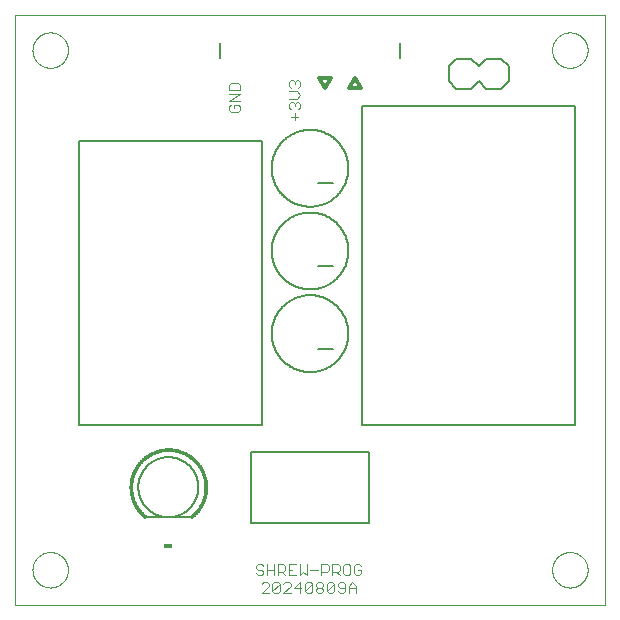
<source format=gto>
G75*
%MOIN*%
%OFA0B0*%
%FSLAX25Y25*%
%IPPOS*%
%LPD*%
%AMOC8*
5,1,8,0,0,1.08239X$1,22.5*
%
%ADD10C,0.00000*%
%ADD11C,0.00300*%
%ADD12C,0.01200*%
%ADD13C,0.00500*%
%ADD14C,0.00800*%
%ADD15C,0.00100*%
%ADD16C,0.00600*%
%ADD17R,0.03000X0.01800*%
D10*
X0001400Y0001400D02*
X0001400Y0198250D01*
X0198250Y0198250D01*
X0198250Y0001400D01*
X0001400Y0001400D01*
X0007305Y0013211D02*
X0007307Y0013364D01*
X0007313Y0013518D01*
X0007323Y0013671D01*
X0007337Y0013823D01*
X0007355Y0013976D01*
X0007377Y0014127D01*
X0007402Y0014278D01*
X0007432Y0014429D01*
X0007466Y0014579D01*
X0007503Y0014727D01*
X0007544Y0014875D01*
X0007589Y0015021D01*
X0007638Y0015167D01*
X0007691Y0015311D01*
X0007747Y0015453D01*
X0007807Y0015594D01*
X0007871Y0015734D01*
X0007938Y0015872D01*
X0008009Y0016008D01*
X0008084Y0016142D01*
X0008161Y0016274D01*
X0008243Y0016404D01*
X0008327Y0016532D01*
X0008415Y0016658D01*
X0008506Y0016781D01*
X0008600Y0016902D01*
X0008698Y0017020D01*
X0008798Y0017136D01*
X0008902Y0017249D01*
X0009008Y0017360D01*
X0009117Y0017468D01*
X0009229Y0017573D01*
X0009343Y0017674D01*
X0009461Y0017773D01*
X0009580Y0017869D01*
X0009702Y0017962D01*
X0009827Y0018051D01*
X0009954Y0018138D01*
X0010083Y0018220D01*
X0010214Y0018300D01*
X0010347Y0018376D01*
X0010482Y0018449D01*
X0010619Y0018518D01*
X0010758Y0018583D01*
X0010898Y0018645D01*
X0011040Y0018703D01*
X0011183Y0018758D01*
X0011328Y0018809D01*
X0011474Y0018856D01*
X0011621Y0018899D01*
X0011769Y0018938D01*
X0011918Y0018974D01*
X0012068Y0019005D01*
X0012219Y0019033D01*
X0012370Y0019057D01*
X0012523Y0019077D01*
X0012675Y0019093D01*
X0012828Y0019105D01*
X0012981Y0019113D01*
X0013134Y0019117D01*
X0013288Y0019117D01*
X0013441Y0019113D01*
X0013594Y0019105D01*
X0013747Y0019093D01*
X0013899Y0019077D01*
X0014052Y0019057D01*
X0014203Y0019033D01*
X0014354Y0019005D01*
X0014504Y0018974D01*
X0014653Y0018938D01*
X0014801Y0018899D01*
X0014948Y0018856D01*
X0015094Y0018809D01*
X0015239Y0018758D01*
X0015382Y0018703D01*
X0015524Y0018645D01*
X0015664Y0018583D01*
X0015803Y0018518D01*
X0015940Y0018449D01*
X0016075Y0018376D01*
X0016208Y0018300D01*
X0016339Y0018220D01*
X0016468Y0018138D01*
X0016595Y0018051D01*
X0016720Y0017962D01*
X0016842Y0017869D01*
X0016961Y0017773D01*
X0017079Y0017674D01*
X0017193Y0017573D01*
X0017305Y0017468D01*
X0017414Y0017360D01*
X0017520Y0017249D01*
X0017624Y0017136D01*
X0017724Y0017020D01*
X0017822Y0016902D01*
X0017916Y0016781D01*
X0018007Y0016658D01*
X0018095Y0016532D01*
X0018179Y0016404D01*
X0018261Y0016274D01*
X0018338Y0016142D01*
X0018413Y0016008D01*
X0018484Y0015872D01*
X0018551Y0015734D01*
X0018615Y0015594D01*
X0018675Y0015453D01*
X0018731Y0015311D01*
X0018784Y0015167D01*
X0018833Y0015021D01*
X0018878Y0014875D01*
X0018919Y0014727D01*
X0018956Y0014579D01*
X0018990Y0014429D01*
X0019020Y0014278D01*
X0019045Y0014127D01*
X0019067Y0013976D01*
X0019085Y0013823D01*
X0019099Y0013671D01*
X0019109Y0013518D01*
X0019115Y0013364D01*
X0019117Y0013211D01*
X0019115Y0013058D01*
X0019109Y0012904D01*
X0019099Y0012751D01*
X0019085Y0012599D01*
X0019067Y0012446D01*
X0019045Y0012295D01*
X0019020Y0012144D01*
X0018990Y0011993D01*
X0018956Y0011843D01*
X0018919Y0011695D01*
X0018878Y0011547D01*
X0018833Y0011401D01*
X0018784Y0011255D01*
X0018731Y0011111D01*
X0018675Y0010969D01*
X0018615Y0010828D01*
X0018551Y0010688D01*
X0018484Y0010550D01*
X0018413Y0010414D01*
X0018338Y0010280D01*
X0018261Y0010148D01*
X0018179Y0010018D01*
X0018095Y0009890D01*
X0018007Y0009764D01*
X0017916Y0009641D01*
X0017822Y0009520D01*
X0017724Y0009402D01*
X0017624Y0009286D01*
X0017520Y0009173D01*
X0017414Y0009062D01*
X0017305Y0008954D01*
X0017193Y0008849D01*
X0017079Y0008748D01*
X0016961Y0008649D01*
X0016842Y0008553D01*
X0016720Y0008460D01*
X0016595Y0008371D01*
X0016468Y0008284D01*
X0016339Y0008202D01*
X0016208Y0008122D01*
X0016075Y0008046D01*
X0015940Y0007973D01*
X0015803Y0007904D01*
X0015664Y0007839D01*
X0015524Y0007777D01*
X0015382Y0007719D01*
X0015239Y0007664D01*
X0015094Y0007613D01*
X0014948Y0007566D01*
X0014801Y0007523D01*
X0014653Y0007484D01*
X0014504Y0007448D01*
X0014354Y0007417D01*
X0014203Y0007389D01*
X0014052Y0007365D01*
X0013899Y0007345D01*
X0013747Y0007329D01*
X0013594Y0007317D01*
X0013441Y0007309D01*
X0013288Y0007305D01*
X0013134Y0007305D01*
X0012981Y0007309D01*
X0012828Y0007317D01*
X0012675Y0007329D01*
X0012523Y0007345D01*
X0012370Y0007365D01*
X0012219Y0007389D01*
X0012068Y0007417D01*
X0011918Y0007448D01*
X0011769Y0007484D01*
X0011621Y0007523D01*
X0011474Y0007566D01*
X0011328Y0007613D01*
X0011183Y0007664D01*
X0011040Y0007719D01*
X0010898Y0007777D01*
X0010758Y0007839D01*
X0010619Y0007904D01*
X0010482Y0007973D01*
X0010347Y0008046D01*
X0010214Y0008122D01*
X0010083Y0008202D01*
X0009954Y0008284D01*
X0009827Y0008371D01*
X0009702Y0008460D01*
X0009580Y0008553D01*
X0009461Y0008649D01*
X0009343Y0008748D01*
X0009229Y0008849D01*
X0009117Y0008954D01*
X0009008Y0009062D01*
X0008902Y0009173D01*
X0008798Y0009286D01*
X0008698Y0009402D01*
X0008600Y0009520D01*
X0008506Y0009641D01*
X0008415Y0009764D01*
X0008327Y0009890D01*
X0008243Y0010018D01*
X0008161Y0010148D01*
X0008084Y0010280D01*
X0008009Y0010414D01*
X0007938Y0010550D01*
X0007871Y0010688D01*
X0007807Y0010828D01*
X0007747Y0010969D01*
X0007691Y0011111D01*
X0007638Y0011255D01*
X0007589Y0011401D01*
X0007544Y0011547D01*
X0007503Y0011695D01*
X0007466Y0011843D01*
X0007432Y0011993D01*
X0007402Y0012144D01*
X0007377Y0012295D01*
X0007355Y0012446D01*
X0007337Y0012599D01*
X0007323Y0012751D01*
X0007313Y0012904D01*
X0007307Y0013058D01*
X0007305Y0013211D01*
X0007305Y0186439D02*
X0007307Y0186592D01*
X0007313Y0186746D01*
X0007323Y0186899D01*
X0007337Y0187051D01*
X0007355Y0187204D01*
X0007377Y0187355D01*
X0007402Y0187506D01*
X0007432Y0187657D01*
X0007466Y0187807D01*
X0007503Y0187955D01*
X0007544Y0188103D01*
X0007589Y0188249D01*
X0007638Y0188395D01*
X0007691Y0188539D01*
X0007747Y0188681D01*
X0007807Y0188822D01*
X0007871Y0188962D01*
X0007938Y0189100D01*
X0008009Y0189236D01*
X0008084Y0189370D01*
X0008161Y0189502D01*
X0008243Y0189632D01*
X0008327Y0189760D01*
X0008415Y0189886D01*
X0008506Y0190009D01*
X0008600Y0190130D01*
X0008698Y0190248D01*
X0008798Y0190364D01*
X0008902Y0190477D01*
X0009008Y0190588D01*
X0009117Y0190696D01*
X0009229Y0190801D01*
X0009343Y0190902D01*
X0009461Y0191001D01*
X0009580Y0191097D01*
X0009702Y0191190D01*
X0009827Y0191279D01*
X0009954Y0191366D01*
X0010083Y0191448D01*
X0010214Y0191528D01*
X0010347Y0191604D01*
X0010482Y0191677D01*
X0010619Y0191746D01*
X0010758Y0191811D01*
X0010898Y0191873D01*
X0011040Y0191931D01*
X0011183Y0191986D01*
X0011328Y0192037D01*
X0011474Y0192084D01*
X0011621Y0192127D01*
X0011769Y0192166D01*
X0011918Y0192202D01*
X0012068Y0192233D01*
X0012219Y0192261D01*
X0012370Y0192285D01*
X0012523Y0192305D01*
X0012675Y0192321D01*
X0012828Y0192333D01*
X0012981Y0192341D01*
X0013134Y0192345D01*
X0013288Y0192345D01*
X0013441Y0192341D01*
X0013594Y0192333D01*
X0013747Y0192321D01*
X0013899Y0192305D01*
X0014052Y0192285D01*
X0014203Y0192261D01*
X0014354Y0192233D01*
X0014504Y0192202D01*
X0014653Y0192166D01*
X0014801Y0192127D01*
X0014948Y0192084D01*
X0015094Y0192037D01*
X0015239Y0191986D01*
X0015382Y0191931D01*
X0015524Y0191873D01*
X0015664Y0191811D01*
X0015803Y0191746D01*
X0015940Y0191677D01*
X0016075Y0191604D01*
X0016208Y0191528D01*
X0016339Y0191448D01*
X0016468Y0191366D01*
X0016595Y0191279D01*
X0016720Y0191190D01*
X0016842Y0191097D01*
X0016961Y0191001D01*
X0017079Y0190902D01*
X0017193Y0190801D01*
X0017305Y0190696D01*
X0017414Y0190588D01*
X0017520Y0190477D01*
X0017624Y0190364D01*
X0017724Y0190248D01*
X0017822Y0190130D01*
X0017916Y0190009D01*
X0018007Y0189886D01*
X0018095Y0189760D01*
X0018179Y0189632D01*
X0018261Y0189502D01*
X0018338Y0189370D01*
X0018413Y0189236D01*
X0018484Y0189100D01*
X0018551Y0188962D01*
X0018615Y0188822D01*
X0018675Y0188681D01*
X0018731Y0188539D01*
X0018784Y0188395D01*
X0018833Y0188249D01*
X0018878Y0188103D01*
X0018919Y0187955D01*
X0018956Y0187807D01*
X0018990Y0187657D01*
X0019020Y0187506D01*
X0019045Y0187355D01*
X0019067Y0187204D01*
X0019085Y0187051D01*
X0019099Y0186899D01*
X0019109Y0186746D01*
X0019115Y0186592D01*
X0019117Y0186439D01*
X0019115Y0186286D01*
X0019109Y0186132D01*
X0019099Y0185979D01*
X0019085Y0185827D01*
X0019067Y0185674D01*
X0019045Y0185523D01*
X0019020Y0185372D01*
X0018990Y0185221D01*
X0018956Y0185071D01*
X0018919Y0184923D01*
X0018878Y0184775D01*
X0018833Y0184629D01*
X0018784Y0184483D01*
X0018731Y0184339D01*
X0018675Y0184197D01*
X0018615Y0184056D01*
X0018551Y0183916D01*
X0018484Y0183778D01*
X0018413Y0183642D01*
X0018338Y0183508D01*
X0018261Y0183376D01*
X0018179Y0183246D01*
X0018095Y0183118D01*
X0018007Y0182992D01*
X0017916Y0182869D01*
X0017822Y0182748D01*
X0017724Y0182630D01*
X0017624Y0182514D01*
X0017520Y0182401D01*
X0017414Y0182290D01*
X0017305Y0182182D01*
X0017193Y0182077D01*
X0017079Y0181976D01*
X0016961Y0181877D01*
X0016842Y0181781D01*
X0016720Y0181688D01*
X0016595Y0181599D01*
X0016468Y0181512D01*
X0016339Y0181430D01*
X0016208Y0181350D01*
X0016075Y0181274D01*
X0015940Y0181201D01*
X0015803Y0181132D01*
X0015664Y0181067D01*
X0015524Y0181005D01*
X0015382Y0180947D01*
X0015239Y0180892D01*
X0015094Y0180841D01*
X0014948Y0180794D01*
X0014801Y0180751D01*
X0014653Y0180712D01*
X0014504Y0180676D01*
X0014354Y0180645D01*
X0014203Y0180617D01*
X0014052Y0180593D01*
X0013899Y0180573D01*
X0013747Y0180557D01*
X0013594Y0180545D01*
X0013441Y0180537D01*
X0013288Y0180533D01*
X0013134Y0180533D01*
X0012981Y0180537D01*
X0012828Y0180545D01*
X0012675Y0180557D01*
X0012523Y0180573D01*
X0012370Y0180593D01*
X0012219Y0180617D01*
X0012068Y0180645D01*
X0011918Y0180676D01*
X0011769Y0180712D01*
X0011621Y0180751D01*
X0011474Y0180794D01*
X0011328Y0180841D01*
X0011183Y0180892D01*
X0011040Y0180947D01*
X0010898Y0181005D01*
X0010758Y0181067D01*
X0010619Y0181132D01*
X0010482Y0181201D01*
X0010347Y0181274D01*
X0010214Y0181350D01*
X0010083Y0181430D01*
X0009954Y0181512D01*
X0009827Y0181599D01*
X0009702Y0181688D01*
X0009580Y0181781D01*
X0009461Y0181877D01*
X0009343Y0181976D01*
X0009229Y0182077D01*
X0009117Y0182182D01*
X0009008Y0182290D01*
X0008902Y0182401D01*
X0008798Y0182514D01*
X0008698Y0182630D01*
X0008600Y0182748D01*
X0008506Y0182869D01*
X0008415Y0182992D01*
X0008327Y0183118D01*
X0008243Y0183246D01*
X0008161Y0183376D01*
X0008084Y0183508D01*
X0008009Y0183642D01*
X0007938Y0183778D01*
X0007871Y0183916D01*
X0007807Y0184056D01*
X0007747Y0184197D01*
X0007691Y0184339D01*
X0007638Y0184483D01*
X0007589Y0184629D01*
X0007544Y0184775D01*
X0007503Y0184923D01*
X0007466Y0185071D01*
X0007432Y0185221D01*
X0007402Y0185372D01*
X0007377Y0185523D01*
X0007355Y0185674D01*
X0007337Y0185827D01*
X0007323Y0185979D01*
X0007313Y0186132D01*
X0007307Y0186286D01*
X0007305Y0186439D01*
X0180533Y0186439D02*
X0180535Y0186592D01*
X0180541Y0186746D01*
X0180551Y0186899D01*
X0180565Y0187051D01*
X0180583Y0187204D01*
X0180605Y0187355D01*
X0180630Y0187506D01*
X0180660Y0187657D01*
X0180694Y0187807D01*
X0180731Y0187955D01*
X0180772Y0188103D01*
X0180817Y0188249D01*
X0180866Y0188395D01*
X0180919Y0188539D01*
X0180975Y0188681D01*
X0181035Y0188822D01*
X0181099Y0188962D01*
X0181166Y0189100D01*
X0181237Y0189236D01*
X0181312Y0189370D01*
X0181389Y0189502D01*
X0181471Y0189632D01*
X0181555Y0189760D01*
X0181643Y0189886D01*
X0181734Y0190009D01*
X0181828Y0190130D01*
X0181926Y0190248D01*
X0182026Y0190364D01*
X0182130Y0190477D01*
X0182236Y0190588D01*
X0182345Y0190696D01*
X0182457Y0190801D01*
X0182571Y0190902D01*
X0182689Y0191001D01*
X0182808Y0191097D01*
X0182930Y0191190D01*
X0183055Y0191279D01*
X0183182Y0191366D01*
X0183311Y0191448D01*
X0183442Y0191528D01*
X0183575Y0191604D01*
X0183710Y0191677D01*
X0183847Y0191746D01*
X0183986Y0191811D01*
X0184126Y0191873D01*
X0184268Y0191931D01*
X0184411Y0191986D01*
X0184556Y0192037D01*
X0184702Y0192084D01*
X0184849Y0192127D01*
X0184997Y0192166D01*
X0185146Y0192202D01*
X0185296Y0192233D01*
X0185447Y0192261D01*
X0185598Y0192285D01*
X0185751Y0192305D01*
X0185903Y0192321D01*
X0186056Y0192333D01*
X0186209Y0192341D01*
X0186362Y0192345D01*
X0186516Y0192345D01*
X0186669Y0192341D01*
X0186822Y0192333D01*
X0186975Y0192321D01*
X0187127Y0192305D01*
X0187280Y0192285D01*
X0187431Y0192261D01*
X0187582Y0192233D01*
X0187732Y0192202D01*
X0187881Y0192166D01*
X0188029Y0192127D01*
X0188176Y0192084D01*
X0188322Y0192037D01*
X0188467Y0191986D01*
X0188610Y0191931D01*
X0188752Y0191873D01*
X0188892Y0191811D01*
X0189031Y0191746D01*
X0189168Y0191677D01*
X0189303Y0191604D01*
X0189436Y0191528D01*
X0189567Y0191448D01*
X0189696Y0191366D01*
X0189823Y0191279D01*
X0189948Y0191190D01*
X0190070Y0191097D01*
X0190189Y0191001D01*
X0190307Y0190902D01*
X0190421Y0190801D01*
X0190533Y0190696D01*
X0190642Y0190588D01*
X0190748Y0190477D01*
X0190852Y0190364D01*
X0190952Y0190248D01*
X0191050Y0190130D01*
X0191144Y0190009D01*
X0191235Y0189886D01*
X0191323Y0189760D01*
X0191407Y0189632D01*
X0191489Y0189502D01*
X0191566Y0189370D01*
X0191641Y0189236D01*
X0191712Y0189100D01*
X0191779Y0188962D01*
X0191843Y0188822D01*
X0191903Y0188681D01*
X0191959Y0188539D01*
X0192012Y0188395D01*
X0192061Y0188249D01*
X0192106Y0188103D01*
X0192147Y0187955D01*
X0192184Y0187807D01*
X0192218Y0187657D01*
X0192248Y0187506D01*
X0192273Y0187355D01*
X0192295Y0187204D01*
X0192313Y0187051D01*
X0192327Y0186899D01*
X0192337Y0186746D01*
X0192343Y0186592D01*
X0192345Y0186439D01*
X0192343Y0186286D01*
X0192337Y0186132D01*
X0192327Y0185979D01*
X0192313Y0185827D01*
X0192295Y0185674D01*
X0192273Y0185523D01*
X0192248Y0185372D01*
X0192218Y0185221D01*
X0192184Y0185071D01*
X0192147Y0184923D01*
X0192106Y0184775D01*
X0192061Y0184629D01*
X0192012Y0184483D01*
X0191959Y0184339D01*
X0191903Y0184197D01*
X0191843Y0184056D01*
X0191779Y0183916D01*
X0191712Y0183778D01*
X0191641Y0183642D01*
X0191566Y0183508D01*
X0191489Y0183376D01*
X0191407Y0183246D01*
X0191323Y0183118D01*
X0191235Y0182992D01*
X0191144Y0182869D01*
X0191050Y0182748D01*
X0190952Y0182630D01*
X0190852Y0182514D01*
X0190748Y0182401D01*
X0190642Y0182290D01*
X0190533Y0182182D01*
X0190421Y0182077D01*
X0190307Y0181976D01*
X0190189Y0181877D01*
X0190070Y0181781D01*
X0189948Y0181688D01*
X0189823Y0181599D01*
X0189696Y0181512D01*
X0189567Y0181430D01*
X0189436Y0181350D01*
X0189303Y0181274D01*
X0189168Y0181201D01*
X0189031Y0181132D01*
X0188892Y0181067D01*
X0188752Y0181005D01*
X0188610Y0180947D01*
X0188467Y0180892D01*
X0188322Y0180841D01*
X0188176Y0180794D01*
X0188029Y0180751D01*
X0187881Y0180712D01*
X0187732Y0180676D01*
X0187582Y0180645D01*
X0187431Y0180617D01*
X0187280Y0180593D01*
X0187127Y0180573D01*
X0186975Y0180557D01*
X0186822Y0180545D01*
X0186669Y0180537D01*
X0186516Y0180533D01*
X0186362Y0180533D01*
X0186209Y0180537D01*
X0186056Y0180545D01*
X0185903Y0180557D01*
X0185751Y0180573D01*
X0185598Y0180593D01*
X0185447Y0180617D01*
X0185296Y0180645D01*
X0185146Y0180676D01*
X0184997Y0180712D01*
X0184849Y0180751D01*
X0184702Y0180794D01*
X0184556Y0180841D01*
X0184411Y0180892D01*
X0184268Y0180947D01*
X0184126Y0181005D01*
X0183986Y0181067D01*
X0183847Y0181132D01*
X0183710Y0181201D01*
X0183575Y0181274D01*
X0183442Y0181350D01*
X0183311Y0181430D01*
X0183182Y0181512D01*
X0183055Y0181599D01*
X0182930Y0181688D01*
X0182808Y0181781D01*
X0182689Y0181877D01*
X0182571Y0181976D01*
X0182457Y0182077D01*
X0182345Y0182182D01*
X0182236Y0182290D01*
X0182130Y0182401D01*
X0182026Y0182514D01*
X0181926Y0182630D01*
X0181828Y0182748D01*
X0181734Y0182869D01*
X0181643Y0182992D01*
X0181555Y0183118D01*
X0181471Y0183246D01*
X0181389Y0183376D01*
X0181312Y0183508D01*
X0181237Y0183642D01*
X0181166Y0183778D01*
X0181099Y0183916D01*
X0181035Y0184056D01*
X0180975Y0184197D01*
X0180919Y0184339D01*
X0180866Y0184483D01*
X0180817Y0184629D01*
X0180772Y0184775D01*
X0180731Y0184923D01*
X0180694Y0185071D01*
X0180660Y0185221D01*
X0180630Y0185372D01*
X0180605Y0185523D01*
X0180583Y0185674D01*
X0180565Y0185827D01*
X0180551Y0185979D01*
X0180541Y0186132D01*
X0180535Y0186286D01*
X0180533Y0186439D01*
X0180533Y0013211D02*
X0180535Y0013364D01*
X0180541Y0013518D01*
X0180551Y0013671D01*
X0180565Y0013823D01*
X0180583Y0013976D01*
X0180605Y0014127D01*
X0180630Y0014278D01*
X0180660Y0014429D01*
X0180694Y0014579D01*
X0180731Y0014727D01*
X0180772Y0014875D01*
X0180817Y0015021D01*
X0180866Y0015167D01*
X0180919Y0015311D01*
X0180975Y0015453D01*
X0181035Y0015594D01*
X0181099Y0015734D01*
X0181166Y0015872D01*
X0181237Y0016008D01*
X0181312Y0016142D01*
X0181389Y0016274D01*
X0181471Y0016404D01*
X0181555Y0016532D01*
X0181643Y0016658D01*
X0181734Y0016781D01*
X0181828Y0016902D01*
X0181926Y0017020D01*
X0182026Y0017136D01*
X0182130Y0017249D01*
X0182236Y0017360D01*
X0182345Y0017468D01*
X0182457Y0017573D01*
X0182571Y0017674D01*
X0182689Y0017773D01*
X0182808Y0017869D01*
X0182930Y0017962D01*
X0183055Y0018051D01*
X0183182Y0018138D01*
X0183311Y0018220D01*
X0183442Y0018300D01*
X0183575Y0018376D01*
X0183710Y0018449D01*
X0183847Y0018518D01*
X0183986Y0018583D01*
X0184126Y0018645D01*
X0184268Y0018703D01*
X0184411Y0018758D01*
X0184556Y0018809D01*
X0184702Y0018856D01*
X0184849Y0018899D01*
X0184997Y0018938D01*
X0185146Y0018974D01*
X0185296Y0019005D01*
X0185447Y0019033D01*
X0185598Y0019057D01*
X0185751Y0019077D01*
X0185903Y0019093D01*
X0186056Y0019105D01*
X0186209Y0019113D01*
X0186362Y0019117D01*
X0186516Y0019117D01*
X0186669Y0019113D01*
X0186822Y0019105D01*
X0186975Y0019093D01*
X0187127Y0019077D01*
X0187280Y0019057D01*
X0187431Y0019033D01*
X0187582Y0019005D01*
X0187732Y0018974D01*
X0187881Y0018938D01*
X0188029Y0018899D01*
X0188176Y0018856D01*
X0188322Y0018809D01*
X0188467Y0018758D01*
X0188610Y0018703D01*
X0188752Y0018645D01*
X0188892Y0018583D01*
X0189031Y0018518D01*
X0189168Y0018449D01*
X0189303Y0018376D01*
X0189436Y0018300D01*
X0189567Y0018220D01*
X0189696Y0018138D01*
X0189823Y0018051D01*
X0189948Y0017962D01*
X0190070Y0017869D01*
X0190189Y0017773D01*
X0190307Y0017674D01*
X0190421Y0017573D01*
X0190533Y0017468D01*
X0190642Y0017360D01*
X0190748Y0017249D01*
X0190852Y0017136D01*
X0190952Y0017020D01*
X0191050Y0016902D01*
X0191144Y0016781D01*
X0191235Y0016658D01*
X0191323Y0016532D01*
X0191407Y0016404D01*
X0191489Y0016274D01*
X0191566Y0016142D01*
X0191641Y0016008D01*
X0191712Y0015872D01*
X0191779Y0015734D01*
X0191843Y0015594D01*
X0191903Y0015453D01*
X0191959Y0015311D01*
X0192012Y0015167D01*
X0192061Y0015021D01*
X0192106Y0014875D01*
X0192147Y0014727D01*
X0192184Y0014579D01*
X0192218Y0014429D01*
X0192248Y0014278D01*
X0192273Y0014127D01*
X0192295Y0013976D01*
X0192313Y0013823D01*
X0192327Y0013671D01*
X0192337Y0013518D01*
X0192343Y0013364D01*
X0192345Y0013211D01*
X0192343Y0013058D01*
X0192337Y0012904D01*
X0192327Y0012751D01*
X0192313Y0012599D01*
X0192295Y0012446D01*
X0192273Y0012295D01*
X0192248Y0012144D01*
X0192218Y0011993D01*
X0192184Y0011843D01*
X0192147Y0011695D01*
X0192106Y0011547D01*
X0192061Y0011401D01*
X0192012Y0011255D01*
X0191959Y0011111D01*
X0191903Y0010969D01*
X0191843Y0010828D01*
X0191779Y0010688D01*
X0191712Y0010550D01*
X0191641Y0010414D01*
X0191566Y0010280D01*
X0191489Y0010148D01*
X0191407Y0010018D01*
X0191323Y0009890D01*
X0191235Y0009764D01*
X0191144Y0009641D01*
X0191050Y0009520D01*
X0190952Y0009402D01*
X0190852Y0009286D01*
X0190748Y0009173D01*
X0190642Y0009062D01*
X0190533Y0008954D01*
X0190421Y0008849D01*
X0190307Y0008748D01*
X0190189Y0008649D01*
X0190070Y0008553D01*
X0189948Y0008460D01*
X0189823Y0008371D01*
X0189696Y0008284D01*
X0189567Y0008202D01*
X0189436Y0008122D01*
X0189303Y0008046D01*
X0189168Y0007973D01*
X0189031Y0007904D01*
X0188892Y0007839D01*
X0188752Y0007777D01*
X0188610Y0007719D01*
X0188467Y0007664D01*
X0188322Y0007613D01*
X0188176Y0007566D01*
X0188029Y0007523D01*
X0187881Y0007484D01*
X0187732Y0007448D01*
X0187582Y0007417D01*
X0187431Y0007389D01*
X0187280Y0007365D01*
X0187127Y0007345D01*
X0186975Y0007329D01*
X0186822Y0007317D01*
X0186669Y0007309D01*
X0186516Y0007305D01*
X0186362Y0007305D01*
X0186209Y0007309D01*
X0186056Y0007317D01*
X0185903Y0007329D01*
X0185751Y0007345D01*
X0185598Y0007365D01*
X0185447Y0007389D01*
X0185296Y0007417D01*
X0185146Y0007448D01*
X0184997Y0007484D01*
X0184849Y0007523D01*
X0184702Y0007566D01*
X0184556Y0007613D01*
X0184411Y0007664D01*
X0184268Y0007719D01*
X0184126Y0007777D01*
X0183986Y0007839D01*
X0183847Y0007904D01*
X0183710Y0007973D01*
X0183575Y0008046D01*
X0183442Y0008122D01*
X0183311Y0008202D01*
X0183182Y0008284D01*
X0183055Y0008371D01*
X0182930Y0008460D01*
X0182808Y0008553D01*
X0182689Y0008649D01*
X0182571Y0008748D01*
X0182457Y0008849D01*
X0182345Y0008954D01*
X0182236Y0009062D01*
X0182130Y0009173D01*
X0182026Y0009286D01*
X0181926Y0009402D01*
X0181828Y0009520D01*
X0181734Y0009641D01*
X0181643Y0009764D01*
X0181555Y0009890D01*
X0181471Y0010018D01*
X0181389Y0010148D01*
X0181312Y0010280D01*
X0181237Y0010414D01*
X0181166Y0010550D01*
X0181099Y0010688D01*
X0181035Y0010828D01*
X0180975Y0010969D01*
X0180919Y0011111D01*
X0180866Y0011255D01*
X0180817Y0011401D01*
X0180772Y0011547D01*
X0180731Y0011695D01*
X0180694Y0011843D01*
X0180660Y0011993D01*
X0180630Y0012144D01*
X0180605Y0012295D01*
X0180583Y0012446D01*
X0180565Y0012599D01*
X0180551Y0012751D01*
X0180541Y0012904D01*
X0180535Y0013058D01*
X0180533Y0013211D01*
D11*
X0116902Y0013213D02*
X0115689Y0013213D01*
X0116902Y0013213D02*
X0116902Y0011999D01*
X0116296Y0011393D01*
X0115082Y0011393D01*
X0114476Y0011999D01*
X0114476Y0014426D01*
X0115082Y0015033D01*
X0116296Y0015033D01*
X0116902Y0014426D01*
X0113277Y0014426D02*
X0113277Y0011999D01*
X0112671Y0011393D01*
X0111457Y0011393D01*
X0110851Y0011999D01*
X0110851Y0014426D01*
X0111457Y0015033D01*
X0112671Y0015033D01*
X0113277Y0014426D01*
X0109652Y0014426D02*
X0109652Y0013213D01*
X0109045Y0012606D01*
X0107225Y0012606D01*
X0107225Y0011393D02*
X0107225Y0015033D01*
X0109045Y0015033D01*
X0109652Y0014426D01*
X0108439Y0012606D02*
X0109652Y0011393D01*
X0109645Y0009127D02*
X0109038Y0008520D01*
X0109038Y0007914D01*
X0109645Y0007307D01*
X0111465Y0007307D01*
X0112663Y0007307D02*
X0115090Y0007307D01*
X0115090Y0007914D02*
X0115090Y0005487D01*
X0115090Y0007914D02*
X0113876Y0009127D01*
X0112663Y0007914D01*
X0112663Y0005487D01*
X0111465Y0006094D02*
X0111465Y0008520D01*
X0110858Y0009127D01*
X0109645Y0009127D01*
X0107840Y0008520D02*
X0105413Y0006094D01*
X0106020Y0005487D01*
X0107233Y0005487D01*
X0107840Y0006094D01*
X0107840Y0008520D01*
X0107233Y0009127D01*
X0106020Y0009127D01*
X0105413Y0008520D01*
X0105413Y0006094D01*
X0104214Y0006094D02*
X0103608Y0005487D01*
X0102394Y0005487D01*
X0101788Y0006094D01*
X0101788Y0006700D01*
X0102394Y0007307D01*
X0103608Y0007307D01*
X0104214Y0006700D01*
X0104214Y0006094D01*
X0103608Y0007307D02*
X0104214Y0007914D01*
X0104214Y0008520D01*
X0103608Y0009127D01*
X0102394Y0009127D01*
X0101788Y0008520D01*
X0101788Y0007914D01*
X0102394Y0007307D01*
X0100589Y0006094D02*
X0099983Y0005487D01*
X0098769Y0005487D01*
X0098163Y0006094D01*
X0100589Y0008520D01*
X0100589Y0006094D01*
X0098163Y0006094D02*
X0098163Y0008520D01*
X0098769Y0009127D01*
X0099983Y0009127D01*
X0100589Y0008520D01*
X0098777Y0011393D02*
X0098777Y0015033D01*
X0099975Y0013213D02*
X0102402Y0013213D01*
X0103600Y0012606D02*
X0105420Y0012606D01*
X0106027Y0013213D01*
X0106027Y0014426D01*
X0105420Y0015033D01*
X0103600Y0015033D01*
X0103600Y0011393D01*
X0098777Y0011393D02*
X0097563Y0012606D01*
X0096350Y0011393D01*
X0096350Y0015033D01*
X0095152Y0015033D02*
X0092725Y0015033D01*
X0092725Y0011393D01*
X0095152Y0011393D01*
X0093938Y0013213D02*
X0092725Y0013213D01*
X0091526Y0013213D02*
X0091526Y0014426D01*
X0090920Y0015033D01*
X0089100Y0015033D01*
X0089100Y0011393D01*
X0087901Y0011393D02*
X0087901Y0015033D01*
X0087901Y0013213D02*
X0085475Y0013213D01*
X0084276Y0012606D02*
X0084276Y0011999D01*
X0083670Y0011393D01*
X0082456Y0011393D01*
X0081849Y0011999D01*
X0082456Y0013213D02*
X0081849Y0013819D01*
X0081849Y0014426D01*
X0082456Y0015033D01*
X0083670Y0015033D01*
X0084276Y0014426D01*
X0085475Y0015033D02*
X0085475Y0011393D01*
X0084276Y0012606D02*
X0083670Y0013213D01*
X0082456Y0013213D01*
X0084269Y0009127D02*
X0083662Y0008520D01*
X0084269Y0009127D02*
X0085482Y0009127D01*
X0086089Y0008520D01*
X0086089Y0007914D01*
X0083662Y0005487D01*
X0086089Y0005487D01*
X0087287Y0006094D02*
X0089714Y0008520D01*
X0089714Y0006094D01*
X0089107Y0005487D01*
X0087894Y0005487D01*
X0087287Y0006094D01*
X0087287Y0008520D01*
X0087894Y0009127D01*
X0089107Y0009127D01*
X0089714Y0008520D01*
X0090912Y0008520D02*
X0091519Y0009127D01*
X0092732Y0009127D01*
X0093339Y0008520D01*
X0093339Y0007914D01*
X0090912Y0005487D01*
X0093339Y0005487D01*
X0094537Y0007307D02*
X0096964Y0007307D01*
X0096358Y0005487D02*
X0096358Y0009127D01*
X0094537Y0007307D01*
X0091526Y0011393D02*
X0090313Y0012606D01*
X0090920Y0012606D02*
X0089100Y0012606D01*
X0090920Y0012606D02*
X0091526Y0013213D01*
X0109038Y0006094D02*
X0109645Y0005487D01*
X0110858Y0005487D01*
X0111465Y0006094D01*
X0094706Y0163034D02*
X0094706Y0165460D01*
X0095919Y0166659D02*
X0096526Y0167265D01*
X0096526Y0168479D01*
X0095919Y0169086D01*
X0095312Y0169086D01*
X0094706Y0168479D01*
X0094706Y0167872D01*
X0094706Y0168479D02*
X0094099Y0169086D01*
X0093492Y0169086D01*
X0092885Y0168479D01*
X0092885Y0167265D01*
X0093492Y0166659D01*
X0093492Y0164247D02*
X0095919Y0164247D01*
X0095312Y0170284D02*
X0092885Y0170284D01*
X0092885Y0172711D02*
X0095312Y0172711D01*
X0096526Y0171497D01*
X0095312Y0170284D01*
X0095919Y0173909D02*
X0096526Y0174516D01*
X0096526Y0175729D01*
X0095919Y0176336D01*
X0095312Y0176336D01*
X0094706Y0175729D01*
X0094706Y0175122D01*
X0094706Y0175729D02*
X0094099Y0176336D01*
X0093492Y0176336D01*
X0092885Y0175729D01*
X0092885Y0174516D01*
X0093492Y0173909D01*
X0076447Y0173122D02*
X0076447Y0174942D01*
X0075840Y0175548D01*
X0073413Y0175548D01*
X0072807Y0174942D01*
X0072807Y0173122D01*
X0076447Y0173122D01*
X0076447Y0171923D02*
X0072807Y0171923D01*
X0072807Y0169497D02*
X0076447Y0171923D01*
X0076447Y0169497D02*
X0072807Y0169497D01*
X0073413Y0168298D02*
X0072807Y0167691D01*
X0072807Y0166478D01*
X0073413Y0165871D01*
X0075840Y0165871D01*
X0076447Y0166478D01*
X0076447Y0167691D01*
X0075840Y0168298D01*
X0074627Y0168298D01*
X0074627Y0167085D01*
D12*
X0102975Y0176991D02*
X0104943Y0173841D01*
X0106912Y0176991D01*
X0102975Y0176991D01*
X0112817Y0173841D02*
X0116754Y0173841D01*
X0114786Y0176991D01*
X0112817Y0173841D01*
D13*
X0117148Y0167935D02*
X0188014Y0167935D01*
X0188014Y0061636D01*
X0117148Y0061636D01*
X0117148Y0167935D01*
X0083683Y0156124D02*
X0083683Y0061636D01*
X0022660Y0061636D01*
X0022660Y0156124D01*
X0083683Y0156124D01*
X0080140Y0052581D02*
X0119510Y0052581D01*
X0119510Y0028959D01*
X0080140Y0028959D01*
X0080140Y0052581D01*
D14*
X0060081Y0030770D02*
X0045081Y0030770D01*
X0102325Y0086951D02*
X0107325Y0086951D01*
X0087030Y0091951D02*
X0087034Y0092265D01*
X0087045Y0092579D01*
X0087065Y0092892D01*
X0087092Y0093205D01*
X0087126Y0093517D01*
X0087168Y0093828D01*
X0087218Y0094138D01*
X0087276Y0094447D01*
X0087341Y0094754D01*
X0087413Y0095060D01*
X0087493Y0095364D01*
X0087581Y0095665D01*
X0087676Y0095965D01*
X0087778Y0096262D01*
X0087887Y0096556D01*
X0088004Y0096847D01*
X0088128Y0097136D01*
X0088258Y0097422D01*
X0088396Y0097704D01*
X0088541Y0097983D01*
X0088692Y0098258D01*
X0088850Y0098529D01*
X0089015Y0098796D01*
X0089186Y0099060D01*
X0089364Y0099318D01*
X0089548Y0099573D01*
X0089738Y0099823D01*
X0089934Y0100068D01*
X0090137Y0100308D01*
X0090345Y0100544D01*
X0090558Y0100774D01*
X0090778Y0100998D01*
X0091002Y0101218D01*
X0091232Y0101431D01*
X0091468Y0101639D01*
X0091708Y0101842D01*
X0091953Y0102038D01*
X0092203Y0102228D01*
X0092458Y0102412D01*
X0092716Y0102590D01*
X0092980Y0102761D01*
X0093247Y0102926D01*
X0093518Y0103084D01*
X0093793Y0103235D01*
X0094072Y0103380D01*
X0094354Y0103518D01*
X0094640Y0103648D01*
X0094929Y0103772D01*
X0095220Y0103889D01*
X0095514Y0103998D01*
X0095811Y0104100D01*
X0096111Y0104195D01*
X0096412Y0104283D01*
X0096716Y0104363D01*
X0097022Y0104435D01*
X0097329Y0104500D01*
X0097638Y0104558D01*
X0097948Y0104608D01*
X0098259Y0104650D01*
X0098571Y0104684D01*
X0098884Y0104711D01*
X0099197Y0104731D01*
X0099511Y0104742D01*
X0099825Y0104746D01*
X0100139Y0104742D01*
X0100453Y0104731D01*
X0100766Y0104711D01*
X0101079Y0104684D01*
X0101391Y0104650D01*
X0101702Y0104608D01*
X0102012Y0104558D01*
X0102321Y0104500D01*
X0102628Y0104435D01*
X0102934Y0104363D01*
X0103238Y0104283D01*
X0103539Y0104195D01*
X0103839Y0104100D01*
X0104136Y0103998D01*
X0104430Y0103889D01*
X0104721Y0103772D01*
X0105010Y0103648D01*
X0105296Y0103518D01*
X0105578Y0103380D01*
X0105857Y0103235D01*
X0106132Y0103084D01*
X0106403Y0102926D01*
X0106670Y0102761D01*
X0106934Y0102590D01*
X0107192Y0102412D01*
X0107447Y0102228D01*
X0107697Y0102038D01*
X0107942Y0101842D01*
X0108182Y0101639D01*
X0108418Y0101431D01*
X0108648Y0101218D01*
X0108872Y0100998D01*
X0109092Y0100774D01*
X0109305Y0100544D01*
X0109513Y0100308D01*
X0109716Y0100068D01*
X0109912Y0099823D01*
X0110102Y0099573D01*
X0110286Y0099318D01*
X0110464Y0099060D01*
X0110635Y0098796D01*
X0110800Y0098529D01*
X0110958Y0098258D01*
X0111109Y0097983D01*
X0111254Y0097704D01*
X0111392Y0097422D01*
X0111522Y0097136D01*
X0111646Y0096847D01*
X0111763Y0096556D01*
X0111872Y0096262D01*
X0111974Y0095965D01*
X0112069Y0095665D01*
X0112157Y0095364D01*
X0112237Y0095060D01*
X0112309Y0094754D01*
X0112374Y0094447D01*
X0112432Y0094138D01*
X0112482Y0093828D01*
X0112524Y0093517D01*
X0112558Y0093205D01*
X0112585Y0092892D01*
X0112605Y0092579D01*
X0112616Y0092265D01*
X0112620Y0091951D01*
X0112616Y0091637D01*
X0112605Y0091323D01*
X0112585Y0091010D01*
X0112558Y0090697D01*
X0112524Y0090385D01*
X0112482Y0090074D01*
X0112432Y0089764D01*
X0112374Y0089455D01*
X0112309Y0089148D01*
X0112237Y0088842D01*
X0112157Y0088538D01*
X0112069Y0088237D01*
X0111974Y0087937D01*
X0111872Y0087640D01*
X0111763Y0087346D01*
X0111646Y0087055D01*
X0111522Y0086766D01*
X0111392Y0086480D01*
X0111254Y0086198D01*
X0111109Y0085919D01*
X0110958Y0085644D01*
X0110800Y0085373D01*
X0110635Y0085106D01*
X0110464Y0084842D01*
X0110286Y0084584D01*
X0110102Y0084329D01*
X0109912Y0084079D01*
X0109716Y0083834D01*
X0109513Y0083594D01*
X0109305Y0083358D01*
X0109092Y0083128D01*
X0108872Y0082904D01*
X0108648Y0082684D01*
X0108418Y0082471D01*
X0108182Y0082263D01*
X0107942Y0082060D01*
X0107697Y0081864D01*
X0107447Y0081674D01*
X0107192Y0081490D01*
X0106934Y0081312D01*
X0106670Y0081141D01*
X0106403Y0080976D01*
X0106132Y0080818D01*
X0105857Y0080667D01*
X0105578Y0080522D01*
X0105296Y0080384D01*
X0105010Y0080254D01*
X0104721Y0080130D01*
X0104430Y0080013D01*
X0104136Y0079904D01*
X0103839Y0079802D01*
X0103539Y0079707D01*
X0103238Y0079619D01*
X0102934Y0079539D01*
X0102628Y0079467D01*
X0102321Y0079402D01*
X0102012Y0079344D01*
X0101702Y0079294D01*
X0101391Y0079252D01*
X0101079Y0079218D01*
X0100766Y0079191D01*
X0100453Y0079171D01*
X0100139Y0079160D01*
X0099825Y0079156D01*
X0099511Y0079160D01*
X0099197Y0079171D01*
X0098884Y0079191D01*
X0098571Y0079218D01*
X0098259Y0079252D01*
X0097948Y0079294D01*
X0097638Y0079344D01*
X0097329Y0079402D01*
X0097022Y0079467D01*
X0096716Y0079539D01*
X0096412Y0079619D01*
X0096111Y0079707D01*
X0095811Y0079802D01*
X0095514Y0079904D01*
X0095220Y0080013D01*
X0094929Y0080130D01*
X0094640Y0080254D01*
X0094354Y0080384D01*
X0094072Y0080522D01*
X0093793Y0080667D01*
X0093518Y0080818D01*
X0093247Y0080976D01*
X0092980Y0081141D01*
X0092716Y0081312D01*
X0092458Y0081490D01*
X0092203Y0081674D01*
X0091953Y0081864D01*
X0091708Y0082060D01*
X0091468Y0082263D01*
X0091232Y0082471D01*
X0091002Y0082684D01*
X0090778Y0082904D01*
X0090558Y0083128D01*
X0090345Y0083358D01*
X0090137Y0083594D01*
X0089934Y0083834D01*
X0089738Y0084079D01*
X0089548Y0084329D01*
X0089364Y0084584D01*
X0089186Y0084842D01*
X0089015Y0085106D01*
X0088850Y0085373D01*
X0088692Y0085644D01*
X0088541Y0085919D01*
X0088396Y0086198D01*
X0088258Y0086480D01*
X0088128Y0086766D01*
X0088004Y0087055D01*
X0087887Y0087346D01*
X0087778Y0087640D01*
X0087676Y0087937D01*
X0087581Y0088237D01*
X0087493Y0088538D01*
X0087413Y0088842D01*
X0087341Y0089148D01*
X0087276Y0089455D01*
X0087218Y0089764D01*
X0087168Y0090074D01*
X0087126Y0090385D01*
X0087092Y0090697D01*
X0087065Y0091010D01*
X0087045Y0091323D01*
X0087034Y0091637D01*
X0087030Y0091951D01*
X0102325Y0114510D02*
X0107325Y0114510D01*
X0087030Y0119510D02*
X0087034Y0119824D01*
X0087045Y0120138D01*
X0087065Y0120451D01*
X0087092Y0120764D01*
X0087126Y0121076D01*
X0087168Y0121387D01*
X0087218Y0121697D01*
X0087276Y0122006D01*
X0087341Y0122313D01*
X0087413Y0122619D01*
X0087493Y0122923D01*
X0087581Y0123224D01*
X0087676Y0123524D01*
X0087778Y0123821D01*
X0087887Y0124115D01*
X0088004Y0124406D01*
X0088128Y0124695D01*
X0088258Y0124981D01*
X0088396Y0125263D01*
X0088541Y0125542D01*
X0088692Y0125817D01*
X0088850Y0126088D01*
X0089015Y0126355D01*
X0089186Y0126619D01*
X0089364Y0126877D01*
X0089548Y0127132D01*
X0089738Y0127382D01*
X0089934Y0127627D01*
X0090137Y0127867D01*
X0090345Y0128103D01*
X0090558Y0128333D01*
X0090778Y0128557D01*
X0091002Y0128777D01*
X0091232Y0128990D01*
X0091468Y0129198D01*
X0091708Y0129401D01*
X0091953Y0129597D01*
X0092203Y0129787D01*
X0092458Y0129971D01*
X0092716Y0130149D01*
X0092980Y0130320D01*
X0093247Y0130485D01*
X0093518Y0130643D01*
X0093793Y0130794D01*
X0094072Y0130939D01*
X0094354Y0131077D01*
X0094640Y0131207D01*
X0094929Y0131331D01*
X0095220Y0131448D01*
X0095514Y0131557D01*
X0095811Y0131659D01*
X0096111Y0131754D01*
X0096412Y0131842D01*
X0096716Y0131922D01*
X0097022Y0131994D01*
X0097329Y0132059D01*
X0097638Y0132117D01*
X0097948Y0132167D01*
X0098259Y0132209D01*
X0098571Y0132243D01*
X0098884Y0132270D01*
X0099197Y0132290D01*
X0099511Y0132301D01*
X0099825Y0132305D01*
X0100139Y0132301D01*
X0100453Y0132290D01*
X0100766Y0132270D01*
X0101079Y0132243D01*
X0101391Y0132209D01*
X0101702Y0132167D01*
X0102012Y0132117D01*
X0102321Y0132059D01*
X0102628Y0131994D01*
X0102934Y0131922D01*
X0103238Y0131842D01*
X0103539Y0131754D01*
X0103839Y0131659D01*
X0104136Y0131557D01*
X0104430Y0131448D01*
X0104721Y0131331D01*
X0105010Y0131207D01*
X0105296Y0131077D01*
X0105578Y0130939D01*
X0105857Y0130794D01*
X0106132Y0130643D01*
X0106403Y0130485D01*
X0106670Y0130320D01*
X0106934Y0130149D01*
X0107192Y0129971D01*
X0107447Y0129787D01*
X0107697Y0129597D01*
X0107942Y0129401D01*
X0108182Y0129198D01*
X0108418Y0128990D01*
X0108648Y0128777D01*
X0108872Y0128557D01*
X0109092Y0128333D01*
X0109305Y0128103D01*
X0109513Y0127867D01*
X0109716Y0127627D01*
X0109912Y0127382D01*
X0110102Y0127132D01*
X0110286Y0126877D01*
X0110464Y0126619D01*
X0110635Y0126355D01*
X0110800Y0126088D01*
X0110958Y0125817D01*
X0111109Y0125542D01*
X0111254Y0125263D01*
X0111392Y0124981D01*
X0111522Y0124695D01*
X0111646Y0124406D01*
X0111763Y0124115D01*
X0111872Y0123821D01*
X0111974Y0123524D01*
X0112069Y0123224D01*
X0112157Y0122923D01*
X0112237Y0122619D01*
X0112309Y0122313D01*
X0112374Y0122006D01*
X0112432Y0121697D01*
X0112482Y0121387D01*
X0112524Y0121076D01*
X0112558Y0120764D01*
X0112585Y0120451D01*
X0112605Y0120138D01*
X0112616Y0119824D01*
X0112620Y0119510D01*
X0112616Y0119196D01*
X0112605Y0118882D01*
X0112585Y0118569D01*
X0112558Y0118256D01*
X0112524Y0117944D01*
X0112482Y0117633D01*
X0112432Y0117323D01*
X0112374Y0117014D01*
X0112309Y0116707D01*
X0112237Y0116401D01*
X0112157Y0116097D01*
X0112069Y0115796D01*
X0111974Y0115496D01*
X0111872Y0115199D01*
X0111763Y0114905D01*
X0111646Y0114614D01*
X0111522Y0114325D01*
X0111392Y0114039D01*
X0111254Y0113757D01*
X0111109Y0113478D01*
X0110958Y0113203D01*
X0110800Y0112932D01*
X0110635Y0112665D01*
X0110464Y0112401D01*
X0110286Y0112143D01*
X0110102Y0111888D01*
X0109912Y0111638D01*
X0109716Y0111393D01*
X0109513Y0111153D01*
X0109305Y0110917D01*
X0109092Y0110687D01*
X0108872Y0110463D01*
X0108648Y0110243D01*
X0108418Y0110030D01*
X0108182Y0109822D01*
X0107942Y0109619D01*
X0107697Y0109423D01*
X0107447Y0109233D01*
X0107192Y0109049D01*
X0106934Y0108871D01*
X0106670Y0108700D01*
X0106403Y0108535D01*
X0106132Y0108377D01*
X0105857Y0108226D01*
X0105578Y0108081D01*
X0105296Y0107943D01*
X0105010Y0107813D01*
X0104721Y0107689D01*
X0104430Y0107572D01*
X0104136Y0107463D01*
X0103839Y0107361D01*
X0103539Y0107266D01*
X0103238Y0107178D01*
X0102934Y0107098D01*
X0102628Y0107026D01*
X0102321Y0106961D01*
X0102012Y0106903D01*
X0101702Y0106853D01*
X0101391Y0106811D01*
X0101079Y0106777D01*
X0100766Y0106750D01*
X0100453Y0106730D01*
X0100139Y0106719D01*
X0099825Y0106715D01*
X0099511Y0106719D01*
X0099197Y0106730D01*
X0098884Y0106750D01*
X0098571Y0106777D01*
X0098259Y0106811D01*
X0097948Y0106853D01*
X0097638Y0106903D01*
X0097329Y0106961D01*
X0097022Y0107026D01*
X0096716Y0107098D01*
X0096412Y0107178D01*
X0096111Y0107266D01*
X0095811Y0107361D01*
X0095514Y0107463D01*
X0095220Y0107572D01*
X0094929Y0107689D01*
X0094640Y0107813D01*
X0094354Y0107943D01*
X0094072Y0108081D01*
X0093793Y0108226D01*
X0093518Y0108377D01*
X0093247Y0108535D01*
X0092980Y0108700D01*
X0092716Y0108871D01*
X0092458Y0109049D01*
X0092203Y0109233D01*
X0091953Y0109423D01*
X0091708Y0109619D01*
X0091468Y0109822D01*
X0091232Y0110030D01*
X0091002Y0110243D01*
X0090778Y0110463D01*
X0090558Y0110687D01*
X0090345Y0110917D01*
X0090137Y0111153D01*
X0089934Y0111393D01*
X0089738Y0111638D01*
X0089548Y0111888D01*
X0089364Y0112143D01*
X0089186Y0112401D01*
X0089015Y0112665D01*
X0088850Y0112932D01*
X0088692Y0113203D01*
X0088541Y0113478D01*
X0088396Y0113757D01*
X0088258Y0114039D01*
X0088128Y0114325D01*
X0088004Y0114614D01*
X0087887Y0114905D01*
X0087778Y0115199D01*
X0087676Y0115496D01*
X0087581Y0115796D01*
X0087493Y0116097D01*
X0087413Y0116401D01*
X0087341Y0116707D01*
X0087276Y0117014D01*
X0087218Y0117323D01*
X0087168Y0117633D01*
X0087126Y0117944D01*
X0087092Y0118256D01*
X0087065Y0118569D01*
X0087045Y0118882D01*
X0087034Y0119196D01*
X0087030Y0119510D01*
X0102325Y0142069D02*
X0107325Y0142069D01*
X0087030Y0147069D02*
X0087034Y0147383D01*
X0087045Y0147697D01*
X0087065Y0148010D01*
X0087092Y0148323D01*
X0087126Y0148635D01*
X0087168Y0148946D01*
X0087218Y0149256D01*
X0087276Y0149565D01*
X0087341Y0149872D01*
X0087413Y0150178D01*
X0087493Y0150482D01*
X0087581Y0150783D01*
X0087676Y0151083D01*
X0087778Y0151380D01*
X0087887Y0151674D01*
X0088004Y0151965D01*
X0088128Y0152254D01*
X0088258Y0152540D01*
X0088396Y0152822D01*
X0088541Y0153101D01*
X0088692Y0153376D01*
X0088850Y0153647D01*
X0089015Y0153914D01*
X0089186Y0154178D01*
X0089364Y0154436D01*
X0089548Y0154691D01*
X0089738Y0154941D01*
X0089934Y0155186D01*
X0090137Y0155426D01*
X0090345Y0155662D01*
X0090558Y0155892D01*
X0090778Y0156116D01*
X0091002Y0156336D01*
X0091232Y0156549D01*
X0091468Y0156757D01*
X0091708Y0156960D01*
X0091953Y0157156D01*
X0092203Y0157346D01*
X0092458Y0157530D01*
X0092716Y0157708D01*
X0092980Y0157879D01*
X0093247Y0158044D01*
X0093518Y0158202D01*
X0093793Y0158353D01*
X0094072Y0158498D01*
X0094354Y0158636D01*
X0094640Y0158766D01*
X0094929Y0158890D01*
X0095220Y0159007D01*
X0095514Y0159116D01*
X0095811Y0159218D01*
X0096111Y0159313D01*
X0096412Y0159401D01*
X0096716Y0159481D01*
X0097022Y0159553D01*
X0097329Y0159618D01*
X0097638Y0159676D01*
X0097948Y0159726D01*
X0098259Y0159768D01*
X0098571Y0159802D01*
X0098884Y0159829D01*
X0099197Y0159849D01*
X0099511Y0159860D01*
X0099825Y0159864D01*
X0100139Y0159860D01*
X0100453Y0159849D01*
X0100766Y0159829D01*
X0101079Y0159802D01*
X0101391Y0159768D01*
X0101702Y0159726D01*
X0102012Y0159676D01*
X0102321Y0159618D01*
X0102628Y0159553D01*
X0102934Y0159481D01*
X0103238Y0159401D01*
X0103539Y0159313D01*
X0103839Y0159218D01*
X0104136Y0159116D01*
X0104430Y0159007D01*
X0104721Y0158890D01*
X0105010Y0158766D01*
X0105296Y0158636D01*
X0105578Y0158498D01*
X0105857Y0158353D01*
X0106132Y0158202D01*
X0106403Y0158044D01*
X0106670Y0157879D01*
X0106934Y0157708D01*
X0107192Y0157530D01*
X0107447Y0157346D01*
X0107697Y0157156D01*
X0107942Y0156960D01*
X0108182Y0156757D01*
X0108418Y0156549D01*
X0108648Y0156336D01*
X0108872Y0156116D01*
X0109092Y0155892D01*
X0109305Y0155662D01*
X0109513Y0155426D01*
X0109716Y0155186D01*
X0109912Y0154941D01*
X0110102Y0154691D01*
X0110286Y0154436D01*
X0110464Y0154178D01*
X0110635Y0153914D01*
X0110800Y0153647D01*
X0110958Y0153376D01*
X0111109Y0153101D01*
X0111254Y0152822D01*
X0111392Y0152540D01*
X0111522Y0152254D01*
X0111646Y0151965D01*
X0111763Y0151674D01*
X0111872Y0151380D01*
X0111974Y0151083D01*
X0112069Y0150783D01*
X0112157Y0150482D01*
X0112237Y0150178D01*
X0112309Y0149872D01*
X0112374Y0149565D01*
X0112432Y0149256D01*
X0112482Y0148946D01*
X0112524Y0148635D01*
X0112558Y0148323D01*
X0112585Y0148010D01*
X0112605Y0147697D01*
X0112616Y0147383D01*
X0112620Y0147069D01*
X0112616Y0146755D01*
X0112605Y0146441D01*
X0112585Y0146128D01*
X0112558Y0145815D01*
X0112524Y0145503D01*
X0112482Y0145192D01*
X0112432Y0144882D01*
X0112374Y0144573D01*
X0112309Y0144266D01*
X0112237Y0143960D01*
X0112157Y0143656D01*
X0112069Y0143355D01*
X0111974Y0143055D01*
X0111872Y0142758D01*
X0111763Y0142464D01*
X0111646Y0142173D01*
X0111522Y0141884D01*
X0111392Y0141598D01*
X0111254Y0141316D01*
X0111109Y0141037D01*
X0110958Y0140762D01*
X0110800Y0140491D01*
X0110635Y0140224D01*
X0110464Y0139960D01*
X0110286Y0139702D01*
X0110102Y0139447D01*
X0109912Y0139197D01*
X0109716Y0138952D01*
X0109513Y0138712D01*
X0109305Y0138476D01*
X0109092Y0138246D01*
X0108872Y0138022D01*
X0108648Y0137802D01*
X0108418Y0137589D01*
X0108182Y0137381D01*
X0107942Y0137178D01*
X0107697Y0136982D01*
X0107447Y0136792D01*
X0107192Y0136608D01*
X0106934Y0136430D01*
X0106670Y0136259D01*
X0106403Y0136094D01*
X0106132Y0135936D01*
X0105857Y0135785D01*
X0105578Y0135640D01*
X0105296Y0135502D01*
X0105010Y0135372D01*
X0104721Y0135248D01*
X0104430Y0135131D01*
X0104136Y0135022D01*
X0103839Y0134920D01*
X0103539Y0134825D01*
X0103238Y0134737D01*
X0102934Y0134657D01*
X0102628Y0134585D01*
X0102321Y0134520D01*
X0102012Y0134462D01*
X0101702Y0134412D01*
X0101391Y0134370D01*
X0101079Y0134336D01*
X0100766Y0134309D01*
X0100453Y0134289D01*
X0100139Y0134278D01*
X0099825Y0134274D01*
X0099511Y0134278D01*
X0099197Y0134289D01*
X0098884Y0134309D01*
X0098571Y0134336D01*
X0098259Y0134370D01*
X0097948Y0134412D01*
X0097638Y0134462D01*
X0097329Y0134520D01*
X0097022Y0134585D01*
X0096716Y0134657D01*
X0096412Y0134737D01*
X0096111Y0134825D01*
X0095811Y0134920D01*
X0095514Y0135022D01*
X0095220Y0135131D01*
X0094929Y0135248D01*
X0094640Y0135372D01*
X0094354Y0135502D01*
X0094072Y0135640D01*
X0093793Y0135785D01*
X0093518Y0135936D01*
X0093247Y0136094D01*
X0092980Y0136259D01*
X0092716Y0136430D01*
X0092458Y0136608D01*
X0092203Y0136792D01*
X0091953Y0136982D01*
X0091708Y0137178D01*
X0091468Y0137381D01*
X0091232Y0137589D01*
X0091002Y0137802D01*
X0090778Y0138022D01*
X0090558Y0138246D01*
X0090345Y0138476D01*
X0090137Y0138712D01*
X0089934Y0138952D01*
X0089738Y0139197D01*
X0089548Y0139447D01*
X0089364Y0139702D01*
X0089186Y0139960D01*
X0089015Y0140224D01*
X0088850Y0140491D01*
X0088692Y0140762D01*
X0088541Y0141037D01*
X0088396Y0141316D01*
X0088258Y0141598D01*
X0088128Y0141884D01*
X0088004Y0142173D01*
X0087887Y0142464D01*
X0087778Y0142758D01*
X0087676Y0143055D01*
X0087581Y0143355D01*
X0087493Y0143656D01*
X0087413Y0143960D01*
X0087341Y0144266D01*
X0087276Y0144573D01*
X0087218Y0144882D01*
X0087168Y0145192D01*
X0087126Y0145503D01*
X0087092Y0145815D01*
X0087065Y0146128D01*
X0087045Y0146441D01*
X0087034Y0146755D01*
X0087030Y0147069D01*
X0069825Y0183939D02*
X0069825Y0188939D01*
X0129825Y0188939D02*
X0129825Y0183939D01*
X0146006Y0181065D02*
X0146006Y0176065D01*
X0148506Y0173565D01*
X0153506Y0173565D01*
X0156006Y0176065D01*
X0158506Y0173565D01*
X0163506Y0173565D01*
X0166006Y0176065D01*
X0166006Y0181065D01*
X0163506Y0183565D01*
X0158506Y0183565D01*
X0156006Y0181065D01*
X0153506Y0183565D01*
X0148506Y0183565D01*
X0146006Y0181065D01*
D15*
X0060390Y0030441D02*
X0059850Y0031161D01*
X0059851Y0031160D02*
X0060084Y0031341D01*
X0060312Y0031527D01*
X0060536Y0031719D01*
X0060755Y0031916D01*
X0060969Y0032118D01*
X0061178Y0032326D01*
X0061381Y0032539D01*
X0061580Y0032756D01*
X0061773Y0032979D01*
X0061961Y0033206D01*
X0062143Y0033437D01*
X0062320Y0033673D01*
X0062490Y0033914D01*
X0062655Y0034158D01*
X0062813Y0034406D01*
X0062966Y0034658D01*
X0063112Y0034914D01*
X0063252Y0035173D01*
X0063386Y0035436D01*
X0063513Y0035701D01*
X0063634Y0035970D01*
X0063748Y0036242D01*
X0063855Y0036516D01*
X0063956Y0036793D01*
X0064050Y0037072D01*
X0064137Y0037354D01*
X0064217Y0037637D01*
X0064290Y0037923D01*
X0064356Y0038210D01*
X0064415Y0038499D01*
X0064467Y0038789D01*
X0064512Y0039080D01*
X0064550Y0039372D01*
X0064580Y0039665D01*
X0064604Y0039959D01*
X0064620Y0040253D01*
X0064629Y0040547D01*
X0064631Y0040842D01*
X0064625Y0041137D01*
X0064613Y0041431D01*
X0064593Y0041725D01*
X0064566Y0042018D01*
X0064532Y0042311D01*
X0064491Y0042603D01*
X0064442Y0042893D01*
X0064387Y0043183D01*
X0064325Y0043470D01*
X0064255Y0043757D01*
X0064178Y0044041D01*
X0064095Y0044324D01*
X0064005Y0044604D01*
X0063908Y0044882D01*
X0063804Y0045158D01*
X0063693Y0045431D01*
X0063576Y0045701D01*
X0063452Y0045969D01*
X0063322Y0046233D01*
X0063185Y0046494D01*
X0063042Y0046751D01*
X0062892Y0047005D01*
X0062737Y0047256D01*
X0062575Y0047502D01*
X0062408Y0047744D01*
X0062234Y0047982D01*
X0062055Y0048216D01*
X0061870Y0048446D01*
X0061680Y0048670D01*
X0061484Y0048891D01*
X0061283Y0049106D01*
X0061076Y0049316D01*
X0060865Y0049521D01*
X0060648Y0049721D01*
X0060427Y0049916D01*
X0060201Y0050105D01*
X0059971Y0050288D01*
X0059736Y0050466D01*
X0059496Y0050638D01*
X0059253Y0050804D01*
X0059006Y0050964D01*
X0058755Y0051118D01*
X0058500Y0051266D01*
X0058241Y0051408D01*
X0057980Y0051543D01*
X0057715Y0051672D01*
X0057447Y0051794D01*
X0057176Y0051910D01*
X0056902Y0052019D01*
X0056626Y0052121D01*
X0056347Y0052216D01*
X0056066Y0052305D01*
X0055783Y0052387D01*
X0055498Y0052462D01*
X0055211Y0052529D01*
X0054923Y0052590D01*
X0054633Y0052644D01*
X0054342Y0052691D01*
X0054050Y0052730D01*
X0053758Y0052762D01*
X0053464Y0052788D01*
X0053170Y0052806D01*
X0052876Y0052816D01*
X0052581Y0052820D01*
X0052286Y0052816D01*
X0051992Y0052806D01*
X0051698Y0052788D01*
X0051404Y0052762D01*
X0051112Y0052730D01*
X0050820Y0052691D01*
X0050529Y0052644D01*
X0050239Y0052590D01*
X0049951Y0052529D01*
X0049664Y0052462D01*
X0049379Y0052387D01*
X0049096Y0052305D01*
X0048815Y0052216D01*
X0048536Y0052121D01*
X0048260Y0052019D01*
X0047986Y0051910D01*
X0047715Y0051794D01*
X0047447Y0051672D01*
X0047182Y0051543D01*
X0046921Y0051408D01*
X0046662Y0051266D01*
X0046407Y0051118D01*
X0046156Y0050964D01*
X0045909Y0050804D01*
X0045666Y0050638D01*
X0045426Y0050466D01*
X0045191Y0050288D01*
X0044961Y0050105D01*
X0044735Y0049916D01*
X0044514Y0049721D01*
X0044297Y0049521D01*
X0044086Y0049316D01*
X0043879Y0049106D01*
X0043678Y0048891D01*
X0043482Y0048670D01*
X0043292Y0048446D01*
X0043107Y0048216D01*
X0042928Y0047982D01*
X0042754Y0047744D01*
X0042587Y0047502D01*
X0042425Y0047256D01*
X0042270Y0047005D01*
X0042120Y0046751D01*
X0041977Y0046494D01*
X0041840Y0046233D01*
X0041710Y0045969D01*
X0041586Y0045701D01*
X0041469Y0045431D01*
X0041358Y0045158D01*
X0041254Y0044882D01*
X0041157Y0044604D01*
X0041067Y0044324D01*
X0040984Y0044041D01*
X0040907Y0043757D01*
X0040837Y0043470D01*
X0040775Y0043183D01*
X0040720Y0042893D01*
X0040671Y0042603D01*
X0040630Y0042311D01*
X0040596Y0042018D01*
X0040569Y0041725D01*
X0040549Y0041431D01*
X0040537Y0041137D01*
X0040531Y0040842D01*
X0040533Y0040547D01*
X0040542Y0040253D01*
X0040558Y0039959D01*
X0040582Y0039665D01*
X0040612Y0039372D01*
X0040650Y0039080D01*
X0040695Y0038789D01*
X0040747Y0038499D01*
X0040806Y0038210D01*
X0040872Y0037923D01*
X0040945Y0037637D01*
X0041025Y0037354D01*
X0041112Y0037072D01*
X0041206Y0036793D01*
X0041307Y0036516D01*
X0041414Y0036242D01*
X0041528Y0035970D01*
X0041649Y0035701D01*
X0041776Y0035436D01*
X0041910Y0035173D01*
X0042050Y0034914D01*
X0042196Y0034658D01*
X0042349Y0034406D01*
X0042507Y0034158D01*
X0042672Y0033914D01*
X0042842Y0033673D01*
X0043019Y0033437D01*
X0043201Y0033206D01*
X0043389Y0032979D01*
X0043582Y0032756D01*
X0043781Y0032539D01*
X0043984Y0032326D01*
X0044193Y0032118D01*
X0044407Y0031916D01*
X0044626Y0031719D01*
X0044850Y0031527D01*
X0045078Y0031341D01*
X0045311Y0031160D01*
X0044772Y0030441D01*
X0044771Y0030440D01*
X0044521Y0030634D01*
X0044275Y0030834D01*
X0044035Y0031040D01*
X0043800Y0031252D01*
X0043570Y0031470D01*
X0043345Y0031693D01*
X0043126Y0031921D01*
X0042912Y0032155D01*
X0042704Y0032394D01*
X0042502Y0032638D01*
X0042307Y0032887D01*
X0042117Y0033141D01*
X0041934Y0033399D01*
X0041757Y0033661D01*
X0041586Y0033928D01*
X0041422Y0034199D01*
X0041265Y0034474D01*
X0041114Y0034752D01*
X0040970Y0035035D01*
X0040834Y0035320D01*
X0040704Y0035609D01*
X0040581Y0035901D01*
X0040466Y0036196D01*
X0040358Y0036493D01*
X0040257Y0036794D01*
X0040163Y0037096D01*
X0040077Y0037401D01*
X0039998Y0037708D01*
X0039927Y0038016D01*
X0039864Y0038326D01*
X0039808Y0038638D01*
X0039759Y0038951D01*
X0039719Y0039265D01*
X0039686Y0039580D01*
X0039661Y0039896D01*
X0039643Y0040212D01*
X0039633Y0040528D01*
X0039631Y0040845D01*
X0039637Y0041162D01*
X0039650Y0041478D01*
X0039672Y0041794D01*
X0039700Y0042109D01*
X0039737Y0042424D01*
X0039781Y0042737D01*
X0039833Y0043050D01*
X0039893Y0043361D01*
X0039960Y0043670D01*
X0040035Y0043978D01*
X0040117Y0044284D01*
X0040206Y0044587D01*
X0040303Y0044889D01*
X0040408Y0045188D01*
X0040520Y0045484D01*
X0040638Y0045778D01*
X0040764Y0046068D01*
X0040897Y0046355D01*
X0041038Y0046640D01*
X0041185Y0046920D01*
X0041338Y0047197D01*
X0041499Y0047470D01*
X0041666Y0047739D01*
X0041840Y0048004D01*
X0042020Y0048264D01*
X0042206Y0048520D01*
X0042399Y0048771D01*
X0042597Y0049018D01*
X0042802Y0049260D01*
X0043012Y0049496D01*
X0043229Y0049728D01*
X0043451Y0049953D01*
X0043678Y0050174D01*
X0043910Y0050389D01*
X0044148Y0050598D01*
X0044391Y0050801D01*
X0044639Y0050999D01*
X0044891Y0051190D01*
X0045148Y0051375D01*
X0045410Y0051553D01*
X0045676Y0051725D01*
X0045945Y0051891D01*
X0046219Y0052050D01*
X0046497Y0052202D01*
X0046778Y0052347D01*
X0047063Y0052486D01*
X0047351Y0052617D01*
X0047643Y0052741D01*
X0047937Y0052859D01*
X0048234Y0052969D01*
X0048533Y0053071D01*
X0048835Y0053166D01*
X0049139Y0053254D01*
X0049446Y0053335D01*
X0049754Y0053408D01*
X0050064Y0053473D01*
X0050375Y0053531D01*
X0050688Y0053581D01*
X0051002Y0053623D01*
X0051316Y0053658D01*
X0051632Y0053685D01*
X0051948Y0053705D01*
X0052264Y0053716D01*
X0052581Y0053720D01*
X0052898Y0053716D01*
X0053214Y0053705D01*
X0053530Y0053685D01*
X0053846Y0053658D01*
X0054160Y0053623D01*
X0054474Y0053581D01*
X0054787Y0053531D01*
X0055098Y0053473D01*
X0055408Y0053408D01*
X0055716Y0053335D01*
X0056023Y0053254D01*
X0056327Y0053166D01*
X0056629Y0053071D01*
X0056928Y0052969D01*
X0057225Y0052859D01*
X0057519Y0052741D01*
X0057811Y0052617D01*
X0058099Y0052486D01*
X0058384Y0052347D01*
X0058665Y0052202D01*
X0058943Y0052050D01*
X0059217Y0051891D01*
X0059486Y0051725D01*
X0059752Y0051553D01*
X0060014Y0051375D01*
X0060271Y0051190D01*
X0060523Y0050999D01*
X0060771Y0050801D01*
X0061014Y0050598D01*
X0061252Y0050389D01*
X0061484Y0050174D01*
X0061711Y0049953D01*
X0061933Y0049728D01*
X0062150Y0049496D01*
X0062360Y0049260D01*
X0062565Y0049018D01*
X0062763Y0048771D01*
X0062956Y0048520D01*
X0063142Y0048264D01*
X0063322Y0048004D01*
X0063496Y0047739D01*
X0063663Y0047470D01*
X0063824Y0047197D01*
X0063977Y0046920D01*
X0064124Y0046640D01*
X0064265Y0046355D01*
X0064398Y0046068D01*
X0064524Y0045778D01*
X0064642Y0045484D01*
X0064754Y0045188D01*
X0064859Y0044889D01*
X0064956Y0044587D01*
X0065045Y0044284D01*
X0065127Y0043978D01*
X0065202Y0043670D01*
X0065269Y0043361D01*
X0065329Y0043050D01*
X0065381Y0042737D01*
X0065425Y0042424D01*
X0065462Y0042109D01*
X0065490Y0041794D01*
X0065512Y0041478D01*
X0065525Y0041162D01*
X0065531Y0040845D01*
X0065529Y0040528D01*
X0065519Y0040212D01*
X0065501Y0039896D01*
X0065476Y0039580D01*
X0065443Y0039265D01*
X0065403Y0038951D01*
X0065354Y0038638D01*
X0065298Y0038326D01*
X0065235Y0038016D01*
X0065164Y0037708D01*
X0065085Y0037401D01*
X0064999Y0037096D01*
X0064905Y0036794D01*
X0064804Y0036493D01*
X0064696Y0036196D01*
X0064581Y0035901D01*
X0064458Y0035609D01*
X0064328Y0035320D01*
X0064192Y0035035D01*
X0064048Y0034752D01*
X0063897Y0034474D01*
X0063740Y0034199D01*
X0063576Y0033928D01*
X0063405Y0033661D01*
X0063228Y0033399D01*
X0063045Y0033141D01*
X0062855Y0032887D01*
X0062660Y0032638D01*
X0062458Y0032394D01*
X0062250Y0032155D01*
X0062036Y0031921D01*
X0061817Y0031693D01*
X0061592Y0031470D01*
X0061362Y0031252D01*
X0061127Y0031040D01*
X0060887Y0030834D01*
X0060641Y0030634D01*
X0060391Y0030440D01*
X0060335Y0030515D01*
X0060583Y0030708D01*
X0060827Y0030907D01*
X0061065Y0031111D01*
X0061299Y0031321D01*
X0061527Y0031537D01*
X0061750Y0031759D01*
X0061968Y0031986D01*
X0062180Y0032218D01*
X0062386Y0032455D01*
X0062587Y0032697D01*
X0062781Y0032945D01*
X0062969Y0033196D01*
X0063151Y0033453D01*
X0063327Y0033713D01*
X0063496Y0033978D01*
X0063659Y0034247D01*
X0063815Y0034520D01*
X0063965Y0034796D01*
X0064107Y0035076D01*
X0064243Y0035360D01*
X0064372Y0035647D01*
X0064494Y0035937D01*
X0064608Y0036229D01*
X0064716Y0036525D01*
X0064816Y0036823D01*
X0064909Y0037123D01*
X0064994Y0037426D01*
X0065072Y0037730D01*
X0065143Y0038036D01*
X0065206Y0038344D01*
X0065262Y0038654D01*
X0065310Y0038964D01*
X0065350Y0039276D01*
X0065383Y0039589D01*
X0065408Y0039902D01*
X0065425Y0040216D01*
X0065435Y0040530D01*
X0065437Y0040845D01*
X0065431Y0041159D01*
X0065418Y0041473D01*
X0065397Y0041787D01*
X0065368Y0042100D01*
X0065332Y0042412D01*
X0065288Y0042723D01*
X0065236Y0043033D01*
X0065177Y0043342D01*
X0065110Y0043649D01*
X0065036Y0043955D01*
X0064955Y0044258D01*
X0064866Y0044560D01*
X0064769Y0044859D01*
X0064666Y0045156D01*
X0064555Y0045450D01*
X0064437Y0045741D01*
X0064312Y0046030D01*
X0064180Y0046315D01*
X0064041Y0046597D01*
X0063895Y0046875D01*
X0063742Y0047150D01*
X0063583Y0047421D01*
X0063417Y0047688D01*
X0063244Y0047951D01*
X0063066Y0048210D01*
X0062881Y0048464D01*
X0062689Y0048713D01*
X0062492Y0048958D01*
X0062289Y0049198D01*
X0062080Y0049433D01*
X0061865Y0049663D01*
X0061645Y0049887D01*
X0061420Y0050106D01*
X0061189Y0050319D01*
X0060953Y0050527D01*
X0060711Y0050729D01*
X0060466Y0050924D01*
X0060215Y0051114D01*
X0059960Y0051298D01*
X0059700Y0051475D01*
X0059436Y0051646D01*
X0059168Y0051810D01*
X0058896Y0051968D01*
X0058621Y0052119D01*
X0058341Y0052263D01*
X0058059Y0052401D01*
X0057773Y0052531D01*
X0057484Y0052655D01*
X0057191Y0052771D01*
X0056897Y0052880D01*
X0056599Y0052982D01*
X0056300Y0053076D01*
X0055997Y0053164D01*
X0055693Y0053244D01*
X0055388Y0053316D01*
X0055080Y0053381D01*
X0054771Y0053438D01*
X0054460Y0053488D01*
X0054149Y0053530D01*
X0053836Y0053565D01*
X0053523Y0053591D01*
X0053209Y0053611D01*
X0052895Y0053622D01*
X0052581Y0053626D01*
X0052267Y0053622D01*
X0051953Y0053611D01*
X0051639Y0053591D01*
X0051326Y0053565D01*
X0051013Y0053530D01*
X0050702Y0053488D01*
X0050391Y0053438D01*
X0050082Y0053381D01*
X0049774Y0053316D01*
X0049469Y0053244D01*
X0049165Y0053164D01*
X0048862Y0053076D01*
X0048563Y0052982D01*
X0048265Y0052880D01*
X0047971Y0052771D01*
X0047678Y0052655D01*
X0047389Y0052531D01*
X0047103Y0052401D01*
X0046821Y0052263D01*
X0046541Y0052119D01*
X0046266Y0051968D01*
X0045994Y0051810D01*
X0045726Y0051646D01*
X0045462Y0051475D01*
X0045202Y0051298D01*
X0044947Y0051114D01*
X0044696Y0050924D01*
X0044451Y0050729D01*
X0044209Y0050527D01*
X0043973Y0050319D01*
X0043742Y0050106D01*
X0043517Y0049887D01*
X0043297Y0049663D01*
X0043082Y0049433D01*
X0042873Y0049198D01*
X0042670Y0048958D01*
X0042473Y0048713D01*
X0042281Y0048464D01*
X0042096Y0048210D01*
X0041918Y0047951D01*
X0041745Y0047688D01*
X0041579Y0047421D01*
X0041420Y0047150D01*
X0041267Y0046875D01*
X0041121Y0046597D01*
X0040982Y0046315D01*
X0040850Y0046030D01*
X0040725Y0045741D01*
X0040607Y0045450D01*
X0040496Y0045156D01*
X0040393Y0044859D01*
X0040296Y0044560D01*
X0040207Y0044258D01*
X0040126Y0043955D01*
X0040052Y0043649D01*
X0039985Y0043342D01*
X0039926Y0043033D01*
X0039874Y0042723D01*
X0039830Y0042412D01*
X0039794Y0042100D01*
X0039765Y0041787D01*
X0039744Y0041473D01*
X0039731Y0041159D01*
X0039725Y0040845D01*
X0039727Y0040530D01*
X0039737Y0040216D01*
X0039754Y0039902D01*
X0039779Y0039589D01*
X0039812Y0039276D01*
X0039852Y0038964D01*
X0039900Y0038654D01*
X0039956Y0038344D01*
X0040019Y0038036D01*
X0040090Y0037730D01*
X0040168Y0037426D01*
X0040253Y0037123D01*
X0040346Y0036823D01*
X0040446Y0036525D01*
X0040554Y0036229D01*
X0040668Y0035937D01*
X0040790Y0035647D01*
X0040919Y0035360D01*
X0041055Y0035076D01*
X0041197Y0034796D01*
X0041347Y0034520D01*
X0041503Y0034247D01*
X0041666Y0033978D01*
X0041835Y0033713D01*
X0042011Y0033453D01*
X0042193Y0033196D01*
X0042381Y0032945D01*
X0042575Y0032697D01*
X0042776Y0032455D01*
X0042982Y0032218D01*
X0043194Y0031986D01*
X0043412Y0031759D01*
X0043635Y0031537D01*
X0043863Y0031321D01*
X0044097Y0031111D01*
X0044335Y0030907D01*
X0044579Y0030708D01*
X0044827Y0030515D01*
X0044884Y0030590D01*
X0044637Y0030782D01*
X0044395Y0030979D01*
X0044158Y0031182D01*
X0043927Y0031391D01*
X0043700Y0031605D01*
X0043478Y0031825D01*
X0043262Y0032050D01*
X0043052Y0032281D01*
X0042847Y0032516D01*
X0042648Y0032757D01*
X0042455Y0033002D01*
X0042269Y0033252D01*
X0042088Y0033506D01*
X0041913Y0033765D01*
X0041745Y0034028D01*
X0041584Y0034295D01*
X0041429Y0034566D01*
X0041280Y0034840D01*
X0041139Y0035118D01*
X0041004Y0035400D01*
X0040876Y0035684D01*
X0040755Y0035972D01*
X0040641Y0036263D01*
X0040535Y0036556D01*
X0040435Y0036852D01*
X0040343Y0037150D01*
X0040258Y0037450D01*
X0040181Y0037753D01*
X0040111Y0038057D01*
X0040048Y0038362D01*
X0039993Y0038669D01*
X0039945Y0038978D01*
X0039905Y0039287D01*
X0039873Y0039598D01*
X0039848Y0039909D01*
X0039831Y0040220D01*
X0039821Y0040532D01*
X0039819Y0040844D01*
X0039825Y0041156D01*
X0039838Y0041468D01*
X0039859Y0041779D01*
X0039887Y0042090D01*
X0039924Y0042400D01*
X0039967Y0042709D01*
X0040018Y0043017D01*
X0040077Y0043324D01*
X0040143Y0043628D01*
X0040217Y0043932D01*
X0040298Y0044233D01*
X0040386Y0044532D01*
X0040482Y0044829D01*
X0040585Y0045124D01*
X0040695Y0045416D01*
X0040812Y0045705D01*
X0040936Y0045992D01*
X0041067Y0046275D01*
X0041205Y0046555D01*
X0041350Y0046831D01*
X0041502Y0047104D01*
X0041660Y0047373D01*
X0041825Y0047638D01*
X0041996Y0047899D01*
X0042173Y0048155D01*
X0042357Y0048408D01*
X0042547Y0048655D01*
X0042742Y0048898D01*
X0042944Y0049137D01*
X0043152Y0049370D01*
X0043365Y0049598D01*
X0043583Y0049820D01*
X0043807Y0050038D01*
X0044036Y0050249D01*
X0044271Y0050455D01*
X0044510Y0050656D01*
X0044754Y0050850D01*
X0045003Y0051038D01*
X0045256Y0051221D01*
X0045514Y0051397D01*
X0045776Y0051566D01*
X0046042Y0051729D01*
X0046312Y0051886D01*
X0046586Y0052036D01*
X0046863Y0052179D01*
X0047143Y0052316D01*
X0047427Y0052445D01*
X0047714Y0052568D01*
X0048004Y0052683D01*
X0048297Y0052791D01*
X0048592Y0052893D01*
X0048890Y0052987D01*
X0049190Y0053073D01*
X0049491Y0053152D01*
X0049795Y0053224D01*
X0050100Y0053289D01*
X0050407Y0053346D01*
X0050715Y0053395D01*
X0051025Y0053437D01*
X0051335Y0053471D01*
X0051646Y0053498D01*
X0051957Y0053517D01*
X0052269Y0053528D01*
X0052581Y0053532D01*
X0052893Y0053528D01*
X0053205Y0053517D01*
X0053516Y0053498D01*
X0053827Y0053471D01*
X0054137Y0053437D01*
X0054447Y0053395D01*
X0054755Y0053346D01*
X0055062Y0053289D01*
X0055367Y0053224D01*
X0055671Y0053152D01*
X0055972Y0053073D01*
X0056272Y0052987D01*
X0056570Y0052893D01*
X0056865Y0052791D01*
X0057158Y0052683D01*
X0057448Y0052568D01*
X0057735Y0052445D01*
X0058019Y0052316D01*
X0058299Y0052179D01*
X0058576Y0052036D01*
X0058850Y0051886D01*
X0059120Y0051729D01*
X0059386Y0051566D01*
X0059648Y0051397D01*
X0059906Y0051221D01*
X0060159Y0051038D01*
X0060408Y0050850D01*
X0060652Y0050656D01*
X0060891Y0050455D01*
X0061126Y0050249D01*
X0061355Y0050038D01*
X0061579Y0049820D01*
X0061797Y0049598D01*
X0062010Y0049370D01*
X0062218Y0049137D01*
X0062420Y0048898D01*
X0062615Y0048655D01*
X0062805Y0048408D01*
X0062989Y0048155D01*
X0063166Y0047899D01*
X0063337Y0047638D01*
X0063502Y0047373D01*
X0063660Y0047104D01*
X0063812Y0046831D01*
X0063957Y0046555D01*
X0064095Y0046275D01*
X0064226Y0045992D01*
X0064350Y0045705D01*
X0064467Y0045416D01*
X0064577Y0045124D01*
X0064680Y0044829D01*
X0064776Y0044532D01*
X0064864Y0044233D01*
X0064945Y0043932D01*
X0065019Y0043628D01*
X0065085Y0043324D01*
X0065144Y0043017D01*
X0065195Y0042709D01*
X0065238Y0042400D01*
X0065275Y0042090D01*
X0065303Y0041779D01*
X0065324Y0041468D01*
X0065337Y0041156D01*
X0065343Y0040844D01*
X0065341Y0040532D01*
X0065331Y0040220D01*
X0065314Y0039909D01*
X0065289Y0039598D01*
X0065257Y0039287D01*
X0065217Y0038978D01*
X0065169Y0038669D01*
X0065114Y0038362D01*
X0065051Y0038057D01*
X0064981Y0037753D01*
X0064904Y0037450D01*
X0064819Y0037150D01*
X0064727Y0036852D01*
X0064627Y0036556D01*
X0064521Y0036263D01*
X0064407Y0035972D01*
X0064286Y0035684D01*
X0064158Y0035400D01*
X0064023Y0035118D01*
X0063882Y0034840D01*
X0063733Y0034566D01*
X0063578Y0034295D01*
X0063417Y0034028D01*
X0063249Y0033765D01*
X0063074Y0033506D01*
X0062893Y0033252D01*
X0062707Y0033002D01*
X0062514Y0032757D01*
X0062315Y0032516D01*
X0062110Y0032281D01*
X0061900Y0032050D01*
X0061684Y0031825D01*
X0061462Y0031605D01*
X0061235Y0031391D01*
X0061004Y0031182D01*
X0060767Y0030979D01*
X0060525Y0030782D01*
X0060278Y0030590D01*
X0060222Y0030666D01*
X0060467Y0030856D01*
X0060707Y0031051D01*
X0060942Y0031253D01*
X0061172Y0031460D01*
X0061397Y0031673D01*
X0061617Y0031891D01*
X0061831Y0032115D01*
X0062040Y0032344D01*
X0062243Y0032577D01*
X0062441Y0032816D01*
X0062632Y0033059D01*
X0062818Y0033308D01*
X0062997Y0033560D01*
X0063170Y0033817D01*
X0063337Y0034078D01*
X0063498Y0034343D01*
X0063651Y0034612D01*
X0063799Y0034884D01*
X0063939Y0035160D01*
X0064073Y0035440D01*
X0064200Y0035722D01*
X0064320Y0036008D01*
X0064433Y0036296D01*
X0064539Y0036587D01*
X0064637Y0036881D01*
X0064729Y0037177D01*
X0064813Y0037475D01*
X0064890Y0037775D01*
X0064959Y0038077D01*
X0065022Y0038380D01*
X0065076Y0038685D01*
X0065124Y0038991D01*
X0065163Y0039299D01*
X0065195Y0039607D01*
X0065220Y0039915D01*
X0065237Y0040225D01*
X0065247Y0040534D01*
X0065249Y0040844D01*
X0065243Y0041154D01*
X0065230Y0041463D01*
X0065209Y0041772D01*
X0065181Y0042081D01*
X0065145Y0042388D01*
X0065102Y0042695D01*
X0065051Y0043001D01*
X0064993Y0043305D01*
X0064927Y0043608D01*
X0064854Y0043909D01*
X0064774Y0044208D01*
X0064686Y0044505D01*
X0064591Y0044800D01*
X0064489Y0045092D01*
X0064380Y0045382D01*
X0064263Y0045669D01*
X0064140Y0045953D01*
X0064010Y0046234D01*
X0063873Y0046512D01*
X0063729Y0046786D01*
X0063579Y0047057D01*
X0063422Y0047324D01*
X0063258Y0047587D01*
X0063088Y0047846D01*
X0062912Y0048101D01*
X0062730Y0048352D01*
X0062541Y0048597D01*
X0062347Y0048839D01*
X0062147Y0049075D01*
X0061941Y0049306D01*
X0061729Y0049533D01*
X0061512Y0049754D01*
X0061290Y0049969D01*
X0061063Y0050180D01*
X0060830Y0050384D01*
X0060592Y0050583D01*
X0060350Y0050776D01*
X0060103Y0050963D01*
X0059852Y0051144D01*
X0059596Y0051318D01*
X0059336Y0051487D01*
X0059072Y0051649D01*
X0058804Y0051804D01*
X0058532Y0051953D01*
X0058257Y0052095D01*
X0057978Y0052231D01*
X0057697Y0052359D01*
X0057412Y0052481D01*
X0057124Y0052595D01*
X0056833Y0052703D01*
X0056540Y0052803D01*
X0056245Y0052897D01*
X0055947Y0052983D01*
X0055648Y0053061D01*
X0055346Y0053132D01*
X0055043Y0053196D01*
X0054739Y0053253D01*
X0054433Y0053302D01*
X0054126Y0053343D01*
X0053818Y0053377D01*
X0053509Y0053404D01*
X0053200Y0053423D01*
X0052891Y0053434D01*
X0052581Y0053438D01*
X0052271Y0053434D01*
X0051962Y0053423D01*
X0051653Y0053404D01*
X0051344Y0053377D01*
X0051036Y0053343D01*
X0050729Y0053302D01*
X0050423Y0053253D01*
X0050119Y0053196D01*
X0049816Y0053132D01*
X0049514Y0053061D01*
X0049215Y0052983D01*
X0048917Y0052897D01*
X0048622Y0052803D01*
X0048329Y0052703D01*
X0048038Y0052595D01*
X0047750Y0052481D01*
X0047465Y0052359D01*
X0047184Y0052231D01*
X0046905Y0052095D01*
X0046630Y0051953D01*
X0046358Y0051804D01*
X0046090Y0051649D01*
X0045826Y0051487D01*
X0045566Y0051318D01*
X0045310Y0051144D01*
X0045059Y0050963D01*
X0044812Y0050776D01*
X0044570Y0050583D01*
X0044332Y0050384D01*
X0044099Y0050180D01*
X0043872Y0049969D01*
X0043650Y0049754D01*
X0043433Y0049533D01*
X0043221Y0049306D01*
X0043015Y0049075D01*
X0042815Y0048839D01*
X0042621Y0048597D01*
X0042432Y0048352D01*
X0042250Y0048101D01*
X0042074Y0047846D01*
X0041904Y0047587D01*
X0041740Y0047324D01*
X0041583Y0047057D01*
X0041433Y0046786D01*
X0041289Y0046512D01*
X0041152Y0046234D01*
X0041022Y0045953D01*
X0040899Y0045669D01*
X0040782Y0045382D01*
X0040673Y0045092D01*
X0040571Y0044800D01*
X0040476Y0044505D01*
X0040388Y0044208D01*
X0040308Y0043909D01*
X0040235Y0043608D01*
X0040169Y0043305D01*
X0040111Y0043001D01*
X0040060Y0042695D01*
X0040017Y0042388D01*
X0039981Y0042081D01*
X0039953Y0041772D01*
X0039932Y0041463D01*
X0039919Y0041154D01*
X0039913Y0040844D01*
X0039915Y0040534D01*
X0039925Y0040225D01*
X0039942Y0039915D01*
X0039967Y0039607D01*
X0039999Y0039299D01*
X0040038Y0038991D01*
X0040086Y0038685D01*
X0040140Y0038380D01*
X0040203Y0038077D01*
X0040272Y0037775D01*
X0040349Y0037475D01*
X0040433Y0037177D01*
X0040525Y0036881D01*
X0040623Y0036587D01*
X0040729Y0036296D01*
X0040842Y0036008D01*
X0040962Y0035722D01*
X0041089Y0035440D01*
X0041223Y0035160D01*
X0041363Y0034884D01*
X0041511Y0034612D01*
X0041664Y0034343D01*
X0041825Y0034078D01*
X0041992Y0033817D01*
X0042165Y0033560D01*
X0042344Y0033308D01*
X0042530Y0033059D01*
X0042721Y0032816D01*
X0042919Y0032577D01*
X0043122Y0032344D01*
X0043331Y0032115D01*
X0043545Y0031891D01*
X0043765Y0031673D01*
X0043990Y0031460D01*
X0044220Y0031253D01*
X0044455Y0031051D01*
X0044695Y0030856D01*
X0044940Y0030666D01*
X0044997Y0030741D01*
X0044754Y0030929D01*
X0044515Y0031124D01*
X0044282Y0031324D01*
X0044054Y0031529D01*
X0043830Y0031741D01*
X0043612Y0031957D01*
X0043399Y0032179D01*
X0043192Y0032406D01*
X0042990Y0032638D01*
X0042794Y0032875D01*
X0042604Y0033117D01*
X0042420Y0033363D01*
X0042242Y0033614D01*
X0042070Y0033869D01*
X0041905Y0034128D01*
X0041745Y0034391D01*
X0041593Y0034658D01*
X0041446Y0034928D01*
X0041307Y0035202D01*
X0041174Y0035479D01*
X0041048Y0035760D01*
X0040929Y0036043D01*
X0040817Y0036330D01*
X0040712Y0036619D01*
X0040614Y0036910D01*
X0040523Y0037204D01*
X0040440Y0037500D01*
X0040363Y0037797D01*
X0040294Y0038097D01*
X0040233Y0038398D01*
X0040178Y0038701D01*
X0040132Y0039005D01*
X0040092Y0039310D01*
X0040060Y0039615D01*
X0040036Y0039922D01*
X0040019Y0040229D01*
X0040009Y0040536D01*
X0040007Y0040844D01*
X0040013Y0041151D01*
X0040026Y0041458D01*
X0040046Y0041765D01*
X0040075Y0042071D01*
X0040110Y0042377D01*
X0040153Y0042681D01*
X0040204Y0042984D01*
X0040261Y0043286D01*
X0040327Y0043587D01*
X0040399Y0043886D01*
X0040479Y0044182D01*
X0040566Y0044477D01*
X0040660Y0044770D01*
X0040762Y0045060D01*
X0040870Y0045348D01*
X0040985Y0045633D01*
X0041108Y0045915D01*
X0041237Y0046194D01*
X0041373Y0046470D01*
X0041516Y0046742D01*
X0041665Y0047011D01*
X0041821Y0047276D01*
X0041983Y0047537D01*
X0042152Y0047794D01*
X0042327Y0048047D01*
X0042508Y0048295D01*
X0042695Y0048539D01*
X0042888Y0048779D01*
X0043086Y0049013D01*
X0043291Y0049243D01*
X0043501Y0049468D01*
X0043716Y0049687D01*
X0043937Y0049901D01*
X0044162Y0050110D01*
X0044393Y0050313D01*
X0044629Y0050510D01*
X0044870Y0050702D01*
X0045115Y0050887D01*
X0045364Y0051067D01*
X0045618Y0051240D01*
X0045876Y0051407D01*
X0046138Y0051568D01*
X0046404Y0051722D01*
X0046674Y0051870D01*
X0046947Y0052011D01*
X0047224Y0052146D01*
X0047503Y0052273D01*
X0047786Y0052394D01*
X0048072Y0052508D01*
X0048360Y0052614D01*
X0048651Y0052714D01*
X0048944Y0052807D01*
X0049240Y0052892D01*
X0049537Y0052970D01*
X0049836Y0053041D01*
X0050137Y0053104D01*
X0050439Y0053160D01*
X0050743Y0053209D01*
X0051048Y0053250D01*
X0051353Y0053284D01*
X0051659Y0053310D01*
X0051966Y0053329D01*
X0052274Y0053340D01*
X0052581Y0053344D01*
X0052888Y0053340D01*
X0053196Y0053329D01*
X0053503Y0053310D01*
X0053809Y0053284D01*
X0054114Y0053250D01*
X0054419Y0053209D01*
X0054723Y0053160D01*
X0055025Y0053104D01*
X0055326Y0053041D01*
X0055625Y0052970D01*
X0055922Y0052892D01*
X0056218Y0052807D01*
X0056511Y0052714D01*
X0056802Y0052614D01*
X0057090Y0052508D01*
X0057376Y0052394D01*
X0057659Y0052273D01*
X0057938Y0052146D01*
X0058215Y0052011D01*
X0058488Y0051870D01*
X0058758Y0051722D01*
X0059024Y0051568D01*
X0059286Y0051407D01*
X0059544Y0051240D01*
X0059798Y0051067D01*
X0060047Y0050887D01*
X0060292Y0050702D01*
X0060533Y0050510D01*
X0060769Y0050313D01*
X0061000Y0050110D01*
X0061225Y0049901D01*
X0061446Y0049687D01*
X0061661Y0049468D01*
X0061871Y0049243D01*
X0062076Y0049013D01*
X0062274Y0048779D01*
X0062467Y0048539D01*
X0062654Y0048295D01*
X0062835Y0048047D01*
X0063010Y0047794D01*
X0063179Y0047537D01*
X0063341Y0047276D01*
X0063497Y0047011D01*
X0063646Y0046742D01*
X0063789Y0046470D01*
X0063925Y0046194D01*
X0064054Y0045915D01*
X0064177Y0045633D01*
X0064292Y0045348D01*
X0064400Y0045060D01*
X0064502Y0044770D01*
X0064596Y0044477D01*
X0064683Y0044182D01*
X0064763Y0043886D01*
X0064835Y0043587D01*
X0064901Y0043286D01*
X0064958Y0042984D01*
X0065009Y0042681D01*
X0065052Y0042377D01*
X0065087Y0042071D01*
X0065116Y0041765D01*
X0065136Y0041458D01*
X0065149Y0041151D01*
X0065155Y0040844D01*
X0065153Y0040536D01*
X0065143Y0040229D01*
X0065126Y0039922D01*
X0065102Y0039615D01*
X0065070Y0039310D01*
X0065030Y0039005D01*
X0064984Y0038701D01*
X0064929Y0038398D01*
X0064868Y0038097D01*
X0064799Y0037797D01*
X0064722Y0037500D01*
X0064639Y0037204D01*
X0064548Y0036910D01*
X0064450Y0036619D01*
X0064345Y0036330D01*
X0064233Y0036043D01*
X0064114Y0035760D01*
X0063988Y0035479D01*
X0063855Y0035202D01*
X0063716Y0034928D01*
X0063569Y0034658D01*
X0063417Y0034391D01*
X0063257Y0034128D01*
X0063092Y0033869D01*
X0062920Y0033614D01*
X0062742Y0033363D01*
X0062558Y0033117D01*
X0062368Y0032875D01*
X0062172Y0032638D01*
X0061970Y0032406D01*
X0061763Y0032179D01*
X0061550Y0031957D01*
X0061332Y0031741D01*
X0061108Y0031529D01*
X0060880Y0031324D01*
X0060647Y0031124D01*
X0060408Y0030929D01*
X0060165Y0030741D01*
X0060109Y0030816D01*
X0060350Y0031003D01*
X0060587Y0031196D01*
X0060818Y0031395D01*
X0061045Y0031599D01*
X0061267Y0031808D01*
X0061483Y0032023D01*
X0061694Y0032244D01*
X0061900Y0032469D01*
X0062100Y0032699D01*
X0062295Y0032935D01*
X0062483Y0033174D01*
X0062666Y0033419D01*
X0062843Y0033668D01*
X0063013Y0033921D01*
X0063178Y0034178D01*
X0063336Y0034439D01*
X0063487Y0034704D01*
X0063632Y0034972D01*
X0063771Y0035244D01*
X0063903Y0035519D01*
X0064028Y0035798D01*
X0064146Y0036079D01*
X0064257Y0036363D01*
X0064361Y0036650D01*
X0064459Y0036939D01*
X0064549Y0037231D01*
X0064632Y0037524D01*
X0064707Y0037820D01*
X0064776Y0038117D01*
X0064837Y0038416D01*
X0064891Y0038717D01*
X0064937Y0039018D01*
X0064977Y0039321D01*
X0065008Y0039624D01*
X0065033Y0039929D01*
X0065049Y0040233D01*
X0065059Y0040538D01*
X0065061Y0040843D01*
X0065055Y0041148D01*
X0065042Y0041453D01*
X0065022Y0041758D01*
X0064994Y0042062D01*
X0064959Y0042365D01*
X0064916Y0042667D01*
X0064866Y0042968D01*
X0064809Y0043268D01*
X0064744Y0043566D01*
X0064672Y0043862D01*
X0064593Y0044157D01*
X0064506Y0044450D01*
X0064413Y0044740D01*
X0064312Y0045028D01*
X0064204Y0045314D01*
X0064090Y0045597D01*
X0063968Y0045877D01*
X0063840Y0046154D01*
X0063705Y0046427D01*
X0063564Y0046697D01*
X0063415Y0046964D01*
X0063261Y0047227D01*
X0063100Y0047486D01*
X0062932Y0047742D01*
X0062759Y0047993D01*
X0062579Y0048239D01*
X0062393Y0048481D01*
X0062202Y0048719D01*
X0062005Y0048952D01*
X0061802Y0049180D01*
X0061593Y0049403D01*
X0061380Y0049621D01*
X0061161Y0049833D01*
X0060937Y0050040D01*
X0060707Y0050242D01*
X0060473Y0050438D01*
X0060235Y0050628D01*
X0059991Y0050812D01*
X0059744Y0050990D01*
X0059492Y0051162D01*
X0059235Y0051328D01*
X0058975Y0051487D01*
X0058711Y0051641D01*
X0058444Y0051787D01*
X0058173Y0051927D01*
X0057898Y0052061D01*
X0057621Y0052187D01*
X0057340Y0052307D01*
X0057056Y0052420D01*
X0056770Y0052526D01*
X0056482Y0052625D01*
X0056191Y0052717D01*
X0055897Y0052801D01*
X0055602Y0052879D01*
X0055305Y0052949D01*
X0055007Y0053012D01*
X0054707Y0053068D01*
X0054405Y0053116D01*
X0054103Y0053157D01*
X0053800Y0053190D01*
X0053496Y0053216D01*
X0053191Y0053235D01*
X0052886Y0053246D01*
X0052581Y0053250D01*
X0052276Y0053246D01*
X0051971Y0053235D01*
X0051666Y0053216D01*
X0051362Y0053190D01*
X0051059Y0053157D01*
X0050757Y0053116D01*
X0050455Y0053068D01*
X0050155Y0053012D01*
X0049857Y0052949D01*
X0049560Y0052879D01*
X0049265Y0052801D01*
X0048971Y0052717D01*
X0048680Y0052625D01*
X0048392Y0052526D01*
X0048106Y0052420D01*
X0047822Y0052307D01*
X0047541Y0052187D01*
X0047264Y0052061D01*
X0046989Y0051927D01*
X0046718Y0051787D01*
X0046451Y0051641D01*
X0046187Y0051487D01*
X0045927Y0051328D01*
X0045670Y0051162D01*
X0045418Y0050990D01*
X0045171Y0050812D01*
X0044927Y0050628D01*
X0044689Y0050438D01*
X0044455Y0050242D01*
X0044225Y0050040D01*
X0044001Y0049833D01*
X0043782Y0049621D01*
X0043569Y0049403D01*
X0043360Y0049180D01*
X0043157Y0048952D01*
X0042960Y0048719D01*
X0042769Y0048481D01*
X0042583Y0048239D01*
X0042403Y0047993D01*
X0042230Y0047742D01*
X0042062Y0047486D01*
X0041901Y0047227D01*
X0041747Y0046964D01*
X0041598Y0046697D01*
X0041457Y0046427D01*
X0041322Y0046154D01*
X0041194Y0045877D01*
X0041072Y0045597D01*
X0040958Y0045314D01*
X0040850Y0045028D01*
X0040749Y0044740D01*
X0040656Y0044450D01*
X0040569Y0044157D01*
X0040490Y0043862D01*
X0040418Y0043566D01*
X0040353Y0043268D01*
X0040296Y0042968D01*
X0040246Y0042667D01*
X0040203Y0042365D01*
X0040168Y0042062D01*
X0040140Y0041758D01*
X0040120Y0041453D01*
X0040107Y0041148D01*
X0040101Y0040843D01*
X0040103Y0040538D01*
X0040113Y0040233D01*
X0040129Y0039929D01*
X0040154Y0039624D01*
X0040185Y0039321D01*
X0040225Y0039018D01*
X0040271Y0038717D01*
X0040325Y0038416D01*
X0040386Y0038117D01*
X0040455Y0037820D01*
X0040530Y0037524D01*
X0040613Y0037231D01*
X0040703Y0036939D01*
X0040801Y0036650D01*
X0040905Y0036363D01*
X0041016Y0036079D01*
X0041134Y0035798D01*
X0041259Y0035519D01*
X0041391Y0035244D01*
X0041530Y0034972D01*
X0041675Y0034704D01*
X0041826Y0034439D01*
X0041984Y0034178D01*
X0042149Y0033921D01*
X0042319Y0033668D01*
X0042496Y0033419D01*
X0042679Y0033174D01*
X0042867Y0032935D01*
X0043062Y0032699D01*
X0043262Y0032469D01*
X0043468Y0032244D01*
X0043679Y0032023D01*
X0043895Y0031808D01*
X0044117Y0031599D01*
X0044344Y0031395D01*
X0044575Y0031196D01*
X0044812Y0031003D01*
X0045053Y0030816D01*
X0045109Y0030891D01*
X0044870Y0031077D01*
X0044635Y0031268D01*
X0044406Y0031465D01*
X0044181Y0031668D01*
X0043960Y0031876D01*
X0043746Y0032090D01*
X0043536Y0032308D01*
X0043332Y0032532D01*
X0043133Y0032760D01*
X0042940Y0032994D01*
X0042753Y0033232D01*
X0042572Y0033474D01*
X0042396Y0033721D01*
X0042227Y0033972D01*
X0042064Y0034228D01*
X0041907Y0034487D01*
X0041757Y0034750D01*
X0041613Y0035016D01*
X0041475Y0035286D01*
X0041344Y0035559D01*
X0041220Y0035835D01*
X0041103Y0036115D01*
X0040993Y0036397D01*
X0040889Y0036681D01*
X0040793Y0036968D01*
X0040703Y0037258D01*
X0040621Y0037549D01*
X0040546Y0037842D01*
X0040478Y0038138D01*
X0040417Y0038434D01*
X0040364Y0038732D01*
X0040318Y0039032D01*
X0040279Y0039332D01*
X0040247Y0039633D01*
X0040223Y0039935D01*
X0040206Y0040238D01*
X0040197Y0040540D01*
X0040195Y0040843D01*
X0040201Y0041146D01*
X0040214Y0041448D01*
X0040234Y0041751D01*
X0040262Y0042052D01*
X0040297Y0042353D01*
X0040339Y0042653D01*
X0040389Y0042952D01*
X0040446Y0043249D01*
X0040510Y0043545D01*
X0040581Y0043839D01*
X0040660Y0044132D01*
X0040746Y0044422D01*
X0040839Y0044711D01*
X0040938Y0044996D01*
X0041045Y0045280D01*
X0041159Y0045560D01*
X0041279Y0045838D01*
X0041407Y0046113D01*
X0041541Y0046385D01*
X0041681Y0046653D01*
X0041828Y0046918D01*
X0041982Y0047179D01*
X0042142Y0047436D01*
X0042308Y0047689D01*
X0042480Y0047938D01*
X0042658Y0048183D01*
X0042843Y0048424D01*
X0043033Y0048659D01*
X0043228Y0048890D01*
X0043430Y0049117D01*
X0043636Y0049338D01*
X0043849Y0049554D01*
X0044066Y0049765D01*
X0044288Y0049970D01*
X0044516Y0050170D01*
X0044748Y0050365D01*
X0044985Y0050553D01*
X0045227Y0050736D01*
X0045472Y0050913D01*
X0045723Y0051084D01*
X0045977Y0051248D01*
X0046235Y0051407D01*
X0046497Y0051559D01*
X0046762Y0051704D01*
X0047031Y0051843D01*
X0047304Y0051976D01*
X0047579Y0052101D01*
X0047858Y0052220D01*
X0048139Y0052332D01*
X0048423Y0052437D01*
X0048710Y0052536D01*
X0048999Y0052627D01*
X0049290Y0052711D01*
X0049583Y0052788D01*
X0049877Y0052857D01*
X0050174Y0052920D01*
X0050471Y0052975D01*
X0050770Y0053023D01*
X0051070Y0053064D01*
X0051372Y0053097D01*
X0051673Y0053123D01*
X0051976Y0053141D01*
X0052278Y0053152D01*
X0052581Y0053156D01*
X0052884Y0053152D01*
X0053186Y0053141D01*
X0053489Y0053123D01*
X0053790Y0053097D01*
X0054092Y0053064D01*
X0054392Y0053023D01*
X0054691Y0052975D01*
X0054988Y0052920D01*
X0055285Y0052857D01*
X0055579Y0052788D01*
X0055872Y0052711D01*
X0056163Y0052627D01*
X0056452Y0052536D01*
X0056739Y0052437D01*
X0057023Y0052332D01*
X0057304Y0052220D01*
X0057583Y0052101D01*
X0057858Y0051976D01*
X0058131Y0051843D01*
X0058400Y0051704D01*
X0058665Y0051559D01*
X0058927Y0051407D01*
X0059185Y0051248D01*
X0059439Y0051084D01*
X0059690Y0050913D01*
X0059935Y0050736D01*
X0060177Y0050553D01*
X0060414Y0050365D01*
X0060646Y0050170D01*
X0060874Y0049970D01*
X0061096Y0049765D01*
X0061313Y0049554D01*
X0061526Y0049338D01*
X0061732Y0049117D01*
X0061934Y0048890D01*
X0062129Y0048659D01*
X0062319Y0048424D01*
X0062504Y0048183D01*
X0062682Y0047938D01*
X0062854Y0047689D01*
X0063020Y0047436D01*
X0063180Y0047179D01*
X0063334Y0046918D01*
X0063481Y0046653D01*
X0063621Y0046385D01*
X0063755Y0046113D01*
X0063883Y0045838D01*
X0064003Y0045560D01*
X0064117Y0045280D01*
X0064224Y0044996D01*
X0064323Y0044711D01*
X0064416Y0044422D01*
X0064502Y0044132D01*
X0064581Y0043839D01*
X0064652Y0043545D01*
X0064716Y0043249D01*
X0064773Y0042952D01*
X0064823Y0042653D01*
X0064865Y0042353D01*
X0064900Y0042052D01*
X0064928Y0041751D01*
X0064948Y0041448D01*
X0064961Y0041146D01*
X0064967Y0040843D01*
X0064965Y0040540D01*
X0064956Y0040238D01*
X0064939Y0039935D01*
X0064915Y0039633D01*
X0064883Y0039332D01*
X0064844Y0039032D01*
X0064798Y0038732D01*
X0064745Y0038434D01*
X0064684Y0038138D01*
X0064616Y0037842D01*
X0064541Y0037549D01*
X0064459Y0037258D01*
X0064369Y0036968D01*
X0064273Y0036681D01*
X0064169Y0036397D01*
X0064059Y0036115D01*
X0063942Y0035835D01*
X0063818Y0035559D01*
X0063687Y0035286D01*
X0063549Y0035016D01*
X0063405Y0034750D01*
X0063255Y0034487D01*
X0063098Y0034228D01*
X0062935Y0033972D01*
X0062766Y0033721D01*
X0062590Y0033474D01*
X0062409Y0033232D01*
X0062222Y0032994D01*
X0062029Y0032760D01*
X0061830Y0032532D01*
X0061626Y0032308D01*
X0061416Y0032090D01*
X0061202Y0031876D01*
X0060981Y0031668D01*
X0060756Y0031465D01*
X0060527Y0031268D01*
X0060292Y0031077D01*
X0060053Y0030891D01*
X0059996Y0030966D01*
X0060234Y0031151D01*
X0060466Y0031341D01*
X0060695Y0031536D01*
X0060918Y0031737D01*
X0061136Y0031944D01*
X0061350Y0032156D01*
X0061558Y0032373D01*
X0061760Y0032595D01*
X0061957Y0032822D01*
X0062149Y0033053D01*
X0062335Y0033289D01*
X0062515Y0033530D01*
X0062689Y0033775D01*
X0062857Y0034024D01*
X0063019Y0034278D01*
X0063174Y0034535D01*
X0063323Y0034796D01*
X0063466Y0035060D01*
X0063603Y0035328D01*
X0063732Y0035599D01*
X0063855Y0035873D01*
X0063972Y0036150D01*
X0064081Y0036430D01*
X0064184Y0036713D01*
X0064280Y0036997D01*
X0064368Y0037285D01*
X0064450Y0037574D01*
X0064525Y0037865D01*
X0064592Y0038158D01*
X0064653Y0038452D01*
X0064706Y0038748D01*
X0064751Y0039045D01*
X0064790Y0039343D01*
X0064821Y0039642D01*
X0064845Y0039942D01*
X0064862Y0040242D01*
X0064871Y0040542D01*
X0064873Y0040843D01*
X0064867Y0041143D01*
X0064855Y0041444D01*
X0064834Y0041743D01*
X0064807Y0042043D01*
X0064772Y0042341D01*
X0064730Y0042639D01*
X0064681Y0042935D01*
X0064624Y0043230D01*
X0064560Y0043524D01*
X0064490Y0043816D01*
X0064412Y0044106D01*
X0064326Y0044395D01*
X0064234Y0044681D01*
X0064135Y0044965D01*
X0064029Y0045246D01*
X0063916Y0045524D01*
X0063797Y0045800D01*
X0063670Y0046073D01*
X0063537Y0046342D01*
X0063398Y0046608D01*
X0063252Y0046871D01*
X0063100Y0047130D01*
X0062941Y0047386D01*
X0062776Y0047637D01*
X0062605Y0047884D01*
X0062428Y0048127D01*
X0062245Y0048366D01*
X0062057Y0048600D01*
X0061863Y0048829D01*
X0061663Y0049053D01*
X0061458Y0049273D01*
X0061247Y0049487D01*
X0061031Y0049697D01*
X0060811Y0049901D01*
X0060585Y0050099D01*
X0060354Y0050292D01*
X0060119Y0050479D01*
X0059880Y0050661D01*
X0059636Y0050836D01*
X0059387Y0051006D01*
X0059135Y0051169D01*
X0058879Y0051326D01*
X0058619Y0051477D01*
X0058355Y0051621D01*
X0058088Y0051759D01*
X0057818Y0051891D01*
X0057545Y0052015D01*
X0057268Y0052133D01*
X0056989Y0052244D01*
X0056707Y0052349D01*
X0056423Y0052446D01*
X0056136Y0052537D01*
X0055847Y0052620D01*
X0055557Y0052696D01*
X0055264Y0052766D01*
X0054970Y0052828D01*
X0054675Y0052882D01*
X0054378Y0052930D01*
X0054080Y0052970D01*
X0053781Y0053003D01*
X0053482Y0053029D01*
X0053182Y0053047D01*
X0052882Y0053058D01*
X0052581Y0053062D01*
X0052280Y0053058D01*
X0051980Y0053047D01*
X0051680Y0053029D01*
X0051381Y0053003D01*
X0051082Y0052970D01*
X0050784Y0052930D01*
X0050487Y0052882D01*
X0050192Y0052828D01*
X0049898Y0052766D01*
X0049605Y0052696D01*
X0049315Y0052620D01*
X0049026Y0052537D01*
X0048739Y0052446D01*
X0048455Y0052349D01*
X0048173Y0052244D01*
X0047894Y0052133D01*
X0047617Y0052015D01*
X0047344Y0051891D01*
X0047074Y0051759D01*
X0046807Y0051621D01*
X0046543Y0051477D01*
X0046283Y0051326D01*
X0046027Y0051169D01*
X0045775Y0051006D01*
X0045526Y0050836D01*
X0045282Y0050661D01*
X0045043Y0050479D01*
X0044808Y0050292D01*
X0044577Y0050099D01*
X0044351Y0049901D01*
X0044131Y0049697D01*
X0043915Y0049487D01*
X0043704Y0049273D01*
X0043499Y0049053D01*
X0043299Y0048829D01*
X0043105Y0048600D01*
X0042917Y0048366D01*
X0042734Y0048127D01*
X0042557Y0047884D01*
X0042386Y0047637D01*
X0042221Y0047386D01*
X0042062Y0047130D01*
X0041910Y0046871D01*
X0041764Y0046608D01*
X0041625Y0046342D01*
X0041492Y0046073D01*
X0041365Y0045800D01*
X0041246Y0045524D01*
X0041133Y0045246D01*
X0041027Y0044965D01*
X0040928Y0044681D01*
X0040836Y0044395D01*
X0040750Y0044106D01*
X0040672Y0043816D01*
X0040602Y0043524D01*
X0040538Y0043230D01*
X0040481Y0042935D01*
X0040432Y0042639D01*
X0040390Y0042341D01*
X0040355Y0042043D01*
X0040328Y0041743D01*
X0040307Y0041444D01*
X0040295Y0041143D01*
X0040289Y0040843D01*
X0040291Y0040542D01*
X0040300Y0040242D01*
X0040317Y0039942D01*
X0040341Y0039642D01*
X0040372Y0039343D01*
X0040411Y0039045D01*
X0040456Y0038748D01*
X0040509Y0038452D01*
X0040570Y0038158D01*
X0040637Y0037865D01*
X0040712Y0037574D01*
X0040794Y0037285D01*
X0040882Y0036997D01*
X0040978Y0036713D01*
X0041081Y0036430D01*
X0041190Y0036150D01*
X0041307Y0035873D01*
X0041430Y0035599D01*
X0041559Y0035328D01*
X0041696Y0035060D01*
X0041839Y0034796D01*
X0041988Y0034535D01*
X0042143Y0034278D01*
X0042305Y0034024D01*
X0042473Y0033775D01*
X0042647Y0033530D01*
X0042827Y0033289D01*
X0043013Y0033053D01*
X0043205Y0032822D01*
X0043402Y0032595D01*
X0043604Y0032373D01*
X0043812Y0032156D01*
X0044026Y0031944D01*
X0044244Y0031737D01*
X0044467Y0031536D01*
X0044696Y0031341D01*
X0044928Y0031151D01*
X0045166Y0030966D01*
X0045222Y0031042D01*
X0044987Y0031224D01*
X0044756Y0031413D01*
X0044529Y0031607D01*
X0044307Y0031807D01*
X0044091Y0032012D01*
X0043879Y0032222D01*
X0043673Y0032437D01*
X0043472Y0032657D01*
X0043276Y0032883D01*
X0043086Y0033112D01*
X0042902Y0033347D01*
X0042723Y0033586D01*
X0042550Y0033829D01*
X0042384Y0034076D01*
X0042223Y0034328D01*
X0042069Y0034583D01*
X0041921Y0034842D01*
X0041779Y0035104D01*
X0041644Y0035370D01*
X0041515Y0035639D01*
X0041393Y0035911D01*
X0041277Y0036186D01*
X0041168Y0036464D01*
X0041067Y0036744D01*
X0040972Y0037027D01*
X0040884Y0037312D01*
X0040803Y0037599D01*
X0040728Y0037887D01*
X0040662Y0038178D01*
X0040602Y0038470D01*
X0040549Y0038764D01*
X0040504Y0039059D01*
X0040465Y0039354D01*
X0040434Y0039651D01*
X0040411Y0039948D01*
X0040394Y0040246D01*
X0040385Y0040544D01*
X0040383Y0040842D01*
X0040389Y0041141D01*
X0040401Y0041439D01*
X0040421Y0041736D01*
X0040449Y0042033D01*
X0040483Y0042329D01*
X0040525Y0042625D01*
X0040574Y0042919D01*
X0040630Y0043212D01*
X0040693Y0043503D01*
X0040764Y0043793D01*
X0040841Y0044081D01*
X0040925Y0044367D01*
X0041017Y0044651D01*
X0041115Y0044933D01*
X0041220Y0045212D01*
X0041332Y0045488D01*
X0041451Y0045762D01*
X0041576Y0046032D01*
X0041708Y0046300D01*
X0041847Y0046564D01*
X0041992Y0046825D01*
X0042143Y0047082D01*
X0042300Y0047335D01*
X0042464Y0047584D01*
X0042634Y0047830D01*
X0042809Y0048071D01*
X0042991Y0048308D01*
X0043178Y0048540D01*
X0043370Y0048767D01*
X0043569Y0048990D01*
X0043772Y0049208D01*
X0043981Y0049421D01*
X0044195Y0049629D01*
X0044415Y0049831D01*
X0044638Y0050028D01*
X0044867Y0050219D01*
X0045101Y0050405D01*
X0045338Y0050585D01*
X0045580Y0050759D01*
X0045827Y0050927D01*
X0046077Y0051089D01*
X0046331Y0051245D01*
X0046589Y0051395D01*
X0046851Y0051538D01*
X0047116Y0051675D01*
X0047384Y0051806D01*
X0047655Y0051929D01*
X0047930Y0052046D01*
X0048207Y0052157D01*
X0048487Y0052260D01*
X0048769Y0052357D01*
X0049053Y0052447D01*
X0049340Y0052529D01*
X0049628Y0052605D01*
X0049918Y0052674D01*
X0050210Y0052735D01*
X0050503Y0052790D01*
X0050798Y0052837D01*
X0051093Y0052877D01*
X0051390Y0052910D01*
X0051687Y0052935D01*
X0051985Y0052953D01*
X0052283Y0052964D01*
X0052581Y0052968D01*
X0052879Y0052964D01*
X0053177Y0052953D01*
X0053475Y0052935D01*
X0053772Y0052910D01*
X0054069Y0052877D01*
X0054364Y0052837D01*
X0054659Y0052790D01*
X0054952Y0052735D01*
X0055244Y0052674D01*
X0055534Y0052605D01*
X0055822Y0052529D01*
X0056109Y0052447D01*
X0056393Y0052357D01*
X0056675Y0052260D01*
X0056955Y0052157D01*
X0057232Y0052046D01*
X0057507Y0051929D01*
X0057778Y0051806D01*
X0058046Y0051675D01*
X0058311Y0051538D01*
X0058573Y0051395D01*
X0058831Y0051245D01*
X0059085Y0051089D01*
X0059335Y0050927D01*
X0059582Y0050759D01*
X0059824Y0050585D01*
X0060061Y0050405D01*
X0060295Y0050219D01*
X0060524Y0050028D01*
X0060747Y0049831D01*
X0060967Y0049629D01*
X0061181Y0049421D01*
X0061390Y0049208D01*
X0061593Y0048990D01*
X0061792Y0048767D01*
X0061984Y0048540D01*
X0062171Y0048308D01*
X0062353Y0048071D01*
X0062528Y0047830D01*
X0062698Y0047584D01*
X0062862Y0047335D01*
X0063019Y0047082D01*
X0063170Y0046825D01*
X0063315Y0046564D01*
X0063454Y0046300D01*
X0063586Y0046032D01*
X0063711Y0045762D01*
X0063830Y0045488D01*
X0063942Y0045212D01*
X0064047Y0044933D01*
X0064145Y0044651D01*
X0064237Y0044367D01*
X0064321Y0044081D01*
X0064398Y0043793D01*
X0064469Y0043503D01*
X0064532Y0043212D01*
X0064588Y0042919D01*
X0064637Y0042625D01*
X0064679Y0042329D01*
X0064713Y0042033D01*
X0064741Y0041736D01*
X0064761Y0041439D01*
X0064773Y0041141D01*
X0064779Y0040842D01*
X0064777Y0040544D01*
X0064768Y0040246D01*
X0064751Y0039948D01*
X0064728Y0039651D01*
X0064697Y0039354D01*
X0064658Y0039059D01*
X0064613Y0038764D01*
X0064560Y0038470D01*
X0064500Y0038178D01*
X0064434Y0037887D01*
X0064359Y0037599D01*
X0064278Y0037312D01*
X0064190Y0037027D01*
X0064095Y0036744D01*
X0063994Y0036464D01*
X0063885Y0036186D01*
X0063769Y0035911D01*
X0063647Y0035639D01*
X0063518Y0035370D01*
X0063383Y0035104D01*
X0063241Y0034842D01*
X0063093Y0034583D01*
X0062939Y0034328D01*
X0062778Y0034076D01*
X0062612Y0033829D01*
X0062439Y0033586D01*
X0062260Y0033347D01*
X0062076Y0033112D01*
X0061886Y0032883D01*
X0061690Y0032657D01*
X0061489Y0032437D01*
X0061283Y0032222D01*
X0061071Y0032012D01*
X0060855Y0031807D01*
X0060633Y0031607D01*
X0060406Y0031413D01*
X0060175Y0031224D01*
X0059940Y0031042D01*
X0059883Y0031117D01*
X0060117Y0031298D01*
X0060346Y0031485D01*
X0060571Y0031678D01*
X0060791Y0031876D01*
X0061006Y0032079D01*
X0061216Y0032288D01*
X0061421Y0032502D01*
X0061620Y0032720D01*
X0061814Y0032944D01*
X0062003Y0033172D01*
X0062186Y0033404D01*
X0062363Y0033641D01*
X0062534Y0033883D01*
X0062700Y0034128D01*
X0062859Y0034377D01*
X0063012Y0034631D01*
X0063159Y0034887D01*
X0063300Y0035148D01*
X0063434Y0035412D01*
X0063562Y0035679D01*
X0063683Y0035949D01*
X0063798Y0036221D01*
X0063906Y0036497D01*
X0064007Y0036775D01*
X0064101Y0037056D01*
X0064188Y0037338D01*
X0064269Y0037623D01*
X0064342Y0037910D01*
X0064409Y0038198D01*
X0064468Y0038488D01*
X0064520Y0038780D01*
X0064565Y0039072D01*
X0064603Y0039366D01*
X0064634Y0039660D01*
X0064658Y0039955D01*
X0064674Y0040250D01*
X0064683Y0040546D01*
X0064685Y0040842D01*
X0064679Y0041138D01*
X0064667Y0041434D01*
X0064647Y0041729D01*
X0064620Y0042024D01*
X0064586Y0042318D01*
X0064544Y0042611D01*
X0064496Y0042903D01*
X0064440Y0043193D01*
X0064377Y0043482D01*
X0064307Y0043770D01*
X0064230Y0044056D01*
X0064147Y0044340D01*
X0064056Y0044621D01*
X0063958Y0044901D01*
X0063854Y0045178D01*
X0063743Y0045452D01*
X0063625Y0045723D01*
X0063501Y0045992D01*
X0063370Y0046257D01*
X0063232Y0046519D01*
X0063089Y0046778D01*
X0062939Y0047033D01*
X0062782Y0047285D01*
X0062620Y0047532D01*
X0062452Y0047775D01*
X0062277Y0048015D01*
X0062097Y0048250D01*
X0061912Y0048480D01*
X0061720Y0048706D01*
X0061524Y0048927D01*
X0061322Y0049143D01*
X0061114Y0049354D01*
X0060902Y0049560D01*
X0060684Y0049761D01*
X0060462Y0049957D01*
X0060235Y0050147D01*
X0060004Y0050331D01*
X0059768Y0050509D01*
X0059528Y0050682D01*
X0059283Y0050849D01*
X0059035Y0051010D01*
X0058782Y0051165D01*
X0058526Y0051313D01*
X0058267Y0051455D01*
X0058004Y0051591D01*
X0057738Y0051721D01*
X0057469Y0051843D01*
X0057196Y0051960D01*
X0056921Y0052069D01*
X0056644Y0052172D01*
X0056364Y0052268D01*
X0056082Y0052357D01*
X0055797Y0052439D01*
X0055511Y0052514D01*
X0055223Y0052582D01*
X0054934Y0052643D01*
X0054643Y0052697D01*
X0054350Y0052744D01*
X0054057Y0052784D01*
X0053763Y0052816D01*
X0053468Y0052841D01*
X0053173Y0052860D01*
X0052877Y0052870D01*
X0052581Y0052874D01*
X0052285Y0052870D01*
X0051989Y0052860D01*
X0051694Y0052841D01*
X0051399Y0052816D01*
X0051105Y0052784D01*
X0050812Y0052744D01*
X0050519Y0052697D01*
X0050228Y0052643D01*
X0049939Y0052582D01*
X0049651Y0052514D01*
X0049365Y0052439D01*
X0049080Y0052357D01*
X0048798Y0052268D01*
X0048518Y0052172D01*
X0048241Y0052069D01*
X0047966Y0051960D01*
X0047693Y0051843D01*
X0047424Y0051721D01*
X0047158Y0051591D01*
X0046895Y0051455D01*
X0046636Y0051313D01*
X0046380Y0051165D01*
X0046127Y0051010D01*
X0045879Y0050849D01*
X0045634Y0050682D01*
X0045394Y0050509D01*
X0045158Y0050331D01*
X0044927Y0050147D01*
X0044700Y0049957D01*
X0044478Y0049761D01*
X0044260Y0049560D01*
X0044048Y0049354D01*
X0043840Y0049143D01*
X0043638Y0048927D01*
X0043442Y0048706D01*
X0043250Y0048480D01*
X0043065Y0048250D01*
X0042885Y0048015D01*
X0042710Y0047775D01*
X0042542Y0047532D01*
X0042380Y0047285D01*
X0042223Y0047033D01*
X0042073Y0046778D01*
X0041930Y0046519D01*
X0041792Y0046257D01*
X0041661Y0045992D01*
X0041537Y0045723D01*
X0041419Y0045452D01*
X0041308Y0045178D01*
X0041204Y0044901D01*
X0041106Y0044621D01*
X0041015Y0044340D01*
X0040932Y0044056D01*
X0040855Y0043770D01*
X0040785Y0043482D01*
X0040722Y0043193D01*
X0040666Y0042903D01*
X0040618Y0042611D01*
X0040576Y0042318D01*
X0040542Y0042024D01*
X0040515Y0041729D01*
X0040495Y0041434D01*
X0040483Y0041138D01*
X0040477Y0040842D01*
X0040479Y0040546D01*
X0040488Y0040250D01*
X0040504Y0039955D01*
X0040528Y0039660D01*
X0040559Y0039366D01*
X0040597Y0039072D01*
X0040642Y0038780D01*
X0040694Y0038488D01*
X0040753Y0038198D01*
X0040820Y0037910D01*
X0040893Y0037623D01*
X0040974Y0037338D01*
X0041061Y0037056D01*
X0041155Y0036775D01*
X0041256Y0036497D01*
X0041364Y0036221D01*
X0041479Y0035949D01*
X0041600Y0035679D01*
X0041728Y0035412D01*
X0041862Y0035148D01*
X0042003Y0034887D01*
X0042150Y0034631D01*
X0042303Y0034377D01*
X0042462Y0034128D01*
X0042628Y0033883D01*
X0042799Y0033641D01*
X0042976Y0033404D01*
X0043159Y0033172D01*
X0043348Y0032944D01*
X0043542Y0032720D01*
X0043741Y0032502D01*
X0043946Y0032288D01*
X0044156Y0032079D01*
X0044371Y0031876D01*
X0044591Y0031678D01*
X0044816Y0031485D01*
X0045045Y0031298D01*
X0045279Y0031117D01*
D16*
X0042581Y0040770D02*
X0042584Y0041015D01*
X0042593Y0041261D01*
X0042608Y0041506D01*
X0042629Y0041750D01*
X0042656Y0041994D01*
X0042689Y0042237D01*
X0042728Y0042480D01*
X0042773Y0042721D01*
X0042824Y0042961D01*
X0042881Y0043200D01*
X0042943Y0043437D01*
X0043012Y0043673D01*
X0043086Y0043907D01*
X0043166Y0044139D01*
X0043251Y0044369D01*
X0043342Y0044597D01*
X0043439Y0044822D01*
X0043541Y0045046D01*
X0043649Y0045266D01*
X0043762Y0045484D01*
X0043880Y0045699D01*
X0044004Y0045911D01*
X0044132Y0046120D01*
X0044266Y0046326D01*
X0044405Y0046528D01*
X0044549Y0046727D01*
X0044698Y0046922D01*
X0044851Y0047114D01*
X0045009Y0047302D01*
X0045171Y0047486D01*
X0045339Y0047665D01*
X0045510Y0047841D01*
X0045686Y0048012D01*
X0045865Y0048180D01*
X0046049Y0048342D01*
X0046237Y0048500D01*
X0046429Y0048653D01*
X0046624Y0048802D01*
X0046823Y0048946D01*
X0047025Y0049085D01*
X0047231Y0049219D01*
X0047440Y0049347D01*
X0047652Y0049471D01*
X0047867Y0049589D01*
X0048085Y0049702D01*
X0048305Y0049810D01*
X0048529Y0049912D01*
X0048754Y0050009D01*
X0048982Y0050100D01*
X0049212Y0050185D01*
X0049444Y0050265D01*
X0049678Y0050339D01*
X0049914Y0050408D01*
X0050151Y0050470D01*
X0050390Y0050527D01*
X0050630Y0050578D01*
X0050871Y0050623D01*
X0051114Y0050662D01*
X0051357Y0050695D01*
X0051601Y0050722D01*
X0051845Y0050743D01*
X0052090Y0050758D01*
X0052336Y0050767D01*
X0052581Y0050770D01*
X0052826Y0050767D01*
X0053072Y0050758D01*
X0053317Y0050743D01*
X0053561Y0050722D01*
X0053805Y0050695D01*
X0054048Y0050662D01*
X0054291Y0050623D01*
X0054532Y0050578D01*
X0054772Y0050527D01*
X0055011Y0050470D01*
X0055248Y0050408D01*
X0055484Y0050339D01*
X0055718Y0050265D01*
X0055950Y0050185D01*
X0056180Y0050100D01*
X0056408Y0050009D01*
X0056633Y0049912D01*
X0056857Y0049810D01*
X0057077Y0049702D01*
X0057295Y0049589D01*
X0057510Y0049471D01*
X0057722Y0049347D01*
X0057931Y0049219D01*
X0058137Y0049085D01*
X0058339Y0048946D01*
X0058538Y0048802D01*
X0058733Y0048653D01*
X0058925Y0048500D01*
X0059113Y0048342D01*
X0059297Y0048180D01*
X0059476Y0048012D01*
X0059652Y0047841D01*
X0059823Y0047665D01*
X0059991Y0047486D01*
X0060153Y0047302D01*
X0060311Y0047114D01*
X0060464Y0046922D01*
X0060613Y0046727D01*
X0060757Y0046528D01*
X0060896Y0046326D01*
X0061030Y0046120D01*
X0061158Y0045911D01*
X0061282Y0045699D01*
X0061400Y0045484D01*
X0061513Y0045266D01*
X0061621Y0045046D01*
X0061723Y0044822D01*
X0061820Y0044597D01*
X0061911Y0044369D01*
X0061996Y0044139D01*
X0062076Y0043907D01*
X0062150Y0043673D01*
X0062219Y0043437D01*
X0062281Y0043200D01*
X0062338Y0042961D01*
X0062389Y0042721D01*
X0062434Y0042480D01*
X0062473Y0042237D01*
X0062506Y0041994D01*
X0062533Y0041750D01*
X0062554Y0041506D01*
X0062569Y0041261D01*
X0062578Y0041015D01*
X0062581Y0040770D01*
X0062578Y0040525D01*
X0062569Y0040279D01*
X0062554Y0040034D01*
X0062533Y0039790D01*
X0062506Y0039546D01*
X0062473Y0039303D01*
X0062434Y0039060D01*
X0062389Y0038819D01*
X0062338Y0038579D01*
X0062281Y0038340D01*
X0062219Y0038103D01*
X0062150Y0037867D01*
X0062076Y0037633D01*
X0061996Y0037401D01*
X0061911Y0037171D01*
X0061820Y0036943D01*
X0061723Y0036718D01*
X0061621Y0036494D01*
X0061513Y0036274D01*
X0061400Y0036056D01*
X0061282Y0035841D01*
X0061158Y0035629D01*
X0061030Y0035420D01*
X0060896Y0035214D01*
X0060757Y0035012D01*
X0060613Y0034813D01*
X0060464Y0034618D01*
X0060311Y0034426D01*
X0060153Y0034238D01*
X0059991Y0034054D01*
X0059823Y0033875D01*
X0059652Y0033699D01*
X0059476Y0033528D01*
X0059297Y0033360D01*
X0059113Y0033198D01*
X0058925Y0033040D01*
X0058733Y0032887D01*
X0058538Y0032738D01*
X0058339Y0032594D01*
X0058137Y0032455D01*
X0057931Y0032321D01*
X0057722Y0032193D01*
X0057510Y0032069D01*
X0057295Y0031951D01*
X0057077Y0031838D01*
X0056857Y0031730D01*
X0056633Y0031628D01*
X0056408Y0031531D01*
X0056180Y0031440D01*
X0055950Y0031355D01*
X0055718Y0031275D01*
X0055484Y0031201D01*
X0055248Y0031132D01*
X0055011Y0031070D01*
X0054772Y0031013D01*
X0054532Y0030962D01*
X0054291Y0030917D01*
X0054048Y0030878D01*
X0053805Y0030845D01*
X0053561Y0030818D01*
X0053317Y0030797D01*
X0053072Y0030782D01*
X0052826Y0030773D01*
X0052581Y0030770D01*
X0052336Y0030773D01*
X0052090Y0030782D01*
X0051845Y0030797D01*
X0051601Y0030818D01*
X0051357Y0030845D01*
X0051114Y0030878D01*
X0050871Y0030917D01*
X0050630Y0030962D01*
X0050390Y0031013D01*
X0050151Y0031070D01*
X0049914Y0031132D01*
X0049678Y0031201D01*
X0049444Y0031275D01*
X0049212Y0031355D01*
X0048982Y0031440D01*
X0048754Y0031531D01*
X0048529Y0031628D01*
X0048305Y0031730D01*
X0048085Y0031838D01*
X0047867Y0031951D01*
X0047652Y0032069D01*
X0047440Y0032193D01*
X0047231Y0032321D01*
X0047025Y0032455D01*
X0046823Y0032594D01*
X0046624Y0032738D01*
X0046429Y0032887D01*
X0046237Y0033040D01*
X0046049Y0033198D01*
X0045865Y0033360D01*
X0045686Y0033528D01*
X0045510Y0033699D01*
X0045339Y0033875D01*
X0045171Y0034054D01*
X0045009Y0034238D01*
X0044851Y0034426D01*
X0044698Y0034618D01*
X0044549Y0034813D01*
X0044405Y0035012D01*
X0044266Y0035214D01*
X0044132Y0035420D01*
X0044004Y0035629D01*
X0043880Y0035841D01*
X0043762Y0036056D01*
X0043649Y0036274D01*
X0043541Y0036494D01*
X0043439Y0036718D01*
X0043342Y0036943D01*
X0043251Y0037171D01*
X0043166Y0037401D01*
X0043086Y0037633D01*
X0043012Y0037867D01*
X0042943Y0038103D01*
X0042881Y0038340D01*
X0042824Y0038579D01*
X0042773Y0038819D01*
X0042728Y0039060D01*
X0042689Y0039303D01*
X0042656Y0039546D01*
X0042629Y0039790D01*
X0042608Y0040034D01*
X0042593Y0040279D01*
X0042584Y0040525D01*
X0042581Y0040770D01*
D17*
X0052581Y0021085D03*
M02*

</source>
